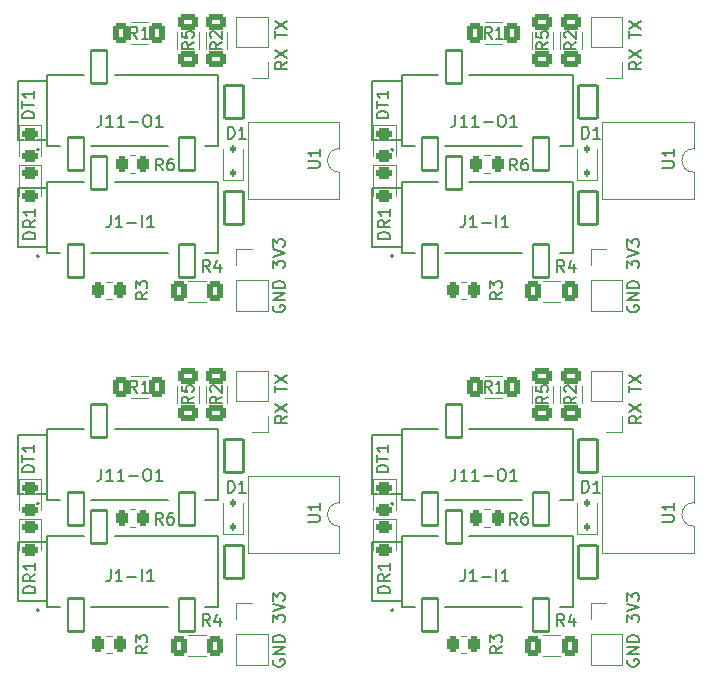
<source format=gto>
G04 #@! TF.GenerationSoftware,KiCad,Pcbnew,8.0.1*
G04 #@! TF.CreationDate,2024-03-24T21:19:35-05:00*
G04 #@! TF.ProjectId,minimidi_v1,6d696e69-6d69-4646-995f-76312e6b6963,rev?*
G04 #@! TF.SameCoordinates,Original*
G04 #@! TF.FileFunction,Legend,Top*
G04 #@! TF.FilePolarity,Positive*
%FSLAX46Y46*%
G04 Gerber Fmt 4.6, Leading zero omitted, Abs format (unit mm)*
G04 Created by KiCad (PCBNEW 8.0.1) date 2024-03-24 21:19:35*
%MOMM*%
%LPD*%
G01*
G04 APERTURE LIST*
G04 Aperture macros list*
%AMRoundRect*
0 Rectangle with rounded corners*
0 $1 Rounding radius*
0 $2 $3 $4 $5 $6 $7 $8 $9 X,Y pos of 4 corners*
0 Add a 4 corners polygon primitive as box body*
4,1,4,$2,$3,$4,$5,$6,$7,$8,$9,$2,$3,0*
0 Add four circle primitives for the rounded corners*
1,1,$1+$1,$2,$3*
1,1,$1+$1,$4,$5*
1,1,$1+$1,$6,$7*
1,1,$1+$1,$8,$9*
0 Add four rect primitives between the rounded corners*
20,1,$1+$1,$2,$3,$4,$5,0*
20,1,$1+$1,$4,$5,$6,$7,0*
20,1,$1+$1,$6,$7,$8,$9,0*
20,1,$1+$1,$8,$9,$2,$3,0*%
G04 Aperture macros list end*
%ADD10C,0.200000*%
%ADD11C,0.150000*%
%ADD12C,0.127000*%
%ADD13C,0.120000*%
%ADD14C,0.100000*%
%ADD15C,1.700000*%
%ADD16RoundRect,0.102000X-0.700000X-1.400000X0.700000X-1.400000X0.700000X1.400000X-0.700000X1.400000X0*%
%ADD17RoundRect,0.102000X-0.800000X-1.400000X0.800000X-1.400000X0.800000X1.400000X-0.800000X1.400000X0*%
%ADD18RoundRect,0.112500X0.112500X-0.187500X0.112500X0.187500X-0.112500X0.187500X-0.112500X-0.187500X0*%
%ADD19RoundRect,0.243750X-0.456250X0.243750X-0.456250X-0.243750X0.456250X-0.243750X0.456250X0.243750X0*%
%ADD20R,1.780000X2.000000*%
%ADD21C,2.200000*%
%ADD22RoundRect,0.250000X-0.400000X-0.625000X0.400000X-0.625000X0.400000X0.625000X-0.400000X0.625000X0*%
%ADD23R,1.700000X1.700000*%
%ADD24O,1.700000X1.700000*%
%ADD25RoundRect,0.250000X0.400000X0.625000X-0.400000X0.625000X-0.400000X-0.625000X0.400000X-0.625000X0*%
%ADD26RoundRect,0.250000X0.262500X0.450000X-0.262500X0.450000X-0.262500X-0.450000X0.262500X-0.450000X0*%
%ADD27RoundRect,0.250000X-0.625000X0.400000X-0.625000X-0.400000X0.625000X-0.400000X0.625000X0.400000X0*%
%ADD28RoundRect,0.250000X0.625000X-0.400000X0.625000X0.400000X-0.625000X0.400000X-0.625000X-0.400000X0*%
G04 APERTURE END LIST*
D10*
X173267219Y-115433898D02*
X172791028Y-115767231D01*
X173267219Y-116005326D02*
X172267219Y-116005326D01*
X172267219Y-116005326D02*
X172267219Y-115624374D01*
X172267219Y-115624374D02*
X172314838Y-115529136D01*
X172314838Y-115529136D02*
X172362457Y-115481517D01*
X172362457Y-115481517D02*
X172457695Y-115433898D01*
X172457695Y-115433898D02*
X172600552Y-115433898D01*
X172600552Y-115433898D02*
X172695790Y-115481517D01*
X172695790Y-115481517D02*
X172743409Y-115529136D01*
X172743409Y-115529136D02*
X172791028Y-115624374D01*
X172791028Y-115624374D02*
X172791028Y-116005326D01*
X172267219Y-115100564D02*
X173267219Y-114433898D01*
X172267219Y-114433898D02*
X173267219Y-115100564D01*
X172267219Y-113433897D02*
X172267219Y-112862469D01*
X173267219Y-113148183D02*
X172267219Y-113148183D01*
X172267219Y-112624373D02*
X173267219Y-111957707D01*
X172267219Y-111957707D02*
X173267219Y-112624373D01*
X143267219Y-115433898D02*
X142791028Y-115767231D01*
X143267219Y-116005326D02*
X142267219Y-116005326D01*
X142267219Y-116005326D02*
X142267219Y-115624374D01*
X142267219Y-115624374D02*
X142314838Y-115529136D01*
X142314838Y-115529136D02*
X142362457Y-115481517D01*
X142362457Y-115481517D02*
X142457695Y-115433898D01*
X142457695Y-115433898D02*
X142600552Y-115433898D01*
X142600552Y-115433898D02*
X142695790Y-115481517D01*
X142695790Y-115481517D02*
X142743409Y-115529136D01*
X142743409Y-115529136D02*
X142791028Y-115624374D01*
X142791028Y-115624374D02*
X142791028Y-116005326D01*
X142267219Y-115100564D02*
X143267219Y-114433898D01*
X142267219Y-114433898D02*
X143267219Y-115100564D01*
X142267219Y-113433897D02*
X142267219Y-112862469D01*
X143267219Y-113148183D02*
X142267219Y-113148183D01*
X142267219Y-112624373D02*
X143267219Y-111957707D01*
X142267219Y-111957707D02*
X143267219Y-112624373D01*
X172114838Y-136081517D02*
X172067219Y-136176755D01*
X172067219Y-136176755D02*
X172067219Y-136319612D01*
X172067219Y-136319612D02*
X172114838Y-136462469D01*
X172114838Y-136462469D02*
X172210076Y-136557707D01*
X172210076Y-136557707D02*
X172305314Y-136605326D01*
X172305314Y-136605326D02*
X172495790Y-136652945D01*
X172495790Y-136652945D02*
X172638647Y-136652945D01*
X172638647Y-136652945D02*
X172829123Y-136605326D01*
X172829123Y-136605326D02*
X172924361Y-136557707D01*
X172924361Y-136557707D02*
X173019600Y-136462469D01*
X173019600Y-136462469D02*
X173067219Y-136319612D01*
X173067219Y-136319612D02*
X173067219Y-136224374D01*
X173067219Y-136224374D02*
X173019600Y-136081517D01*
X173019600Y-136081517D02*
X172971980Y-136033898D01*
X172971980Y-136033898D02*
X172638647Y-136033898D01*
X172638647Y-136033898D02*
X172638647Y-136224374D01*
X173067219Y-135605326D02*
X172067219Y-135605326D01*
X172067219Y-135605326D02*
X173067219Y-135033898D01*
X173067219Y-135033898D02*
X172067219Y-135033898D01*
X173067219Y-134557707D02*
X172067219Y-134557707D01*
X172067219Y-134557707D02*
X172067219Y-134319612D01*
X172067219Y-134319612D02*
X172114838Y-134176755D01*
X172114838Y-134176755D02*
X172210076Y-134081517D01*
X172210076Y-134081517D02*
X172305314Y-134033898D01*
X172305314Y-134033898D02*
X172495790Y-133986279D01*
X172495790Y-133986279D02*
X172638647Y-133986279D01*
X172638647Y-133986279D02*
X172829123Y-134033898D01*
X172829123Y-134033898D02*
X172924361Y-134081517D01*
X172924361Y-134081517D02*
X173019600Y-134176755D01*
X173019600Y-134176755D02*
X173067219Y-134319612D01*
X173067219Y-134319612D02*
X173067219Y-134557707D01*
X172067219Y-132891040D02*
X172067219Y-132271993D01*
X172067219Y-132271993D02*
X172448171Y-132605326D01*
X172448171Y-132605326D02*
X172448171Y-132462469D01*
X172448171Y-132462469D02*
X172495790Y-132367231D01*
X172495790Y-132367231D02*
X172543409Y-132319612D01*
X172543409Y-132319612D02*
X172638647Y-132271993D01*
X172638647Y-132271993D02*
X172876742Y-132271993D01*
X172876742Y-132271993D02*
X172971980Y-132319612D01*
X172971980Y-132319612D02*
X173019600Y-132367231D01*
X173019600Y-132367231D02*
X173067219Y-132462469D01*
X173067219Y-132462469D02*
X173067219Y-132748183D01*
X173067219Y-132748183D02*
X173019600Y-132843421D01*
X173019600Y-132843421D02*
X172971980Y-132891040D01*
X172067219Y-131986278D02*
X173067219Y-131652945D01*
X173067219Y-131652945D02*
X172067219Y-131319612D01*
X172067219Y-131081516D02*
X172067219Y-130462469D01*
X172067219Y-130462469D02*
X172448171Y-130795802D01*
X172448171Y-130795802D02*
X172448171Y-130652945D01*
X172448171Y-130652945D02*
X172495790Y-130557707D01*
X172495790Y-130557707D02*
X172543409Y-130510088D01*
X172543409Y-130510088D02*
X172638647Y-130462469D01*
X172638647Y-130462469D02*
X172876742Y-130462469D01*
X172876742Y-130462469D02*
X172971980Y-130510088D01*
X172971980Y-130510088D02*
X173019600Y-130557707D01*
X173019600Y-130557707D02*
X173067219Y-130652945D01*
X173067219Y-130652945D02*
X173067219Y-130938659D01*
X173067219Y-130938659D02*
X173019600Y-131033897D01*
X173019600Y-131033897D02*
X172971980Y-131081516D01*
X142114838Y-136081517D02*
X142067219Y-136176755D01*
X142067219Y-136176755D02*
X142067219Y-136319612D01*
X142067219Y-136319612D02*
X142114838Y-136462469D01*
X142114838Y-136462469D02*
X142210076Y-136557707D01*
X142210076Y-136557707D02*
X142305314Y-136605326D01*
X142305314Y-136605326D02*
X142495790Y-136652945D01*
X142495790Y-136652945D02*
X142638647Y-136652945D01*
X142638647Y-136652945D02*
X142829123Y-136605326D01*
X142829123Y-136605326D02*
X142924361Y-136557707D01*
X142924361Y-136557707D02*
X143019600Y-136462469D01*
X143019600Y-136462469D02*
X143067219Y-136319612D01*
X143067219Y-136319612D02*
X143067219Y-136224374D01*
X143067219Y-136224374D02*
X143019600Y-136081517D01*
X143019600Y-136081517D02*
X142971980Y-136033898D01*
X142971980Y-136033898D02*
X142638647Y-136033898D01*
X142638647Y-136033898D02*
X142638647Y-136224374D01*
X143067219Y-135605326D02*
X142067219Y-135605326D01*
X142067219Y-135605326D02*
X143067219Y-135033898D01*
X143067219Y-135033898D02*
X142067219Y-135033898D01*
X143067219Y-134557707D02*
X142067219Y-134557707D01*
X142067219Y-134557707D02*
X142067219Y-134319612D01*
X142067219Y-134319612D02*
X142114838Y-134176755D01*
X142114838Y-134176755D02*
X142210076Y-134081517D01*
X142210076Y-134081517D02*
X142305314Y-134033898D01*
X142305314Y-134033898D02*
X142495790Y-133986279D01*
X142495790Y-133986279D02*
X142638647Y-133986279D01*
X142638647Y-133986279D02*
X142829123Y-134033898D01*
X142829123Y-134033898D02*
X142924361Y-134081517D01*
X142924361Y-134081517D02*
X143019600Y-134176755D01*
X143019600Y-134176755D02*
X143067219Y-134319612D01*
X143067219Y-134319612D02*
X143067219Y-134557707D01*
X142067219Y-132891040D02*
X142067219Y-132271993D01*
X142067219Y-132271993D02*
X142448171Y-132605326D01*
X142448171Y-132605326D02*
X142448171Y-132462469D01*
X142448171Y-132462469D02*
X142495790Y-132367231D01*
X142495790Y-132367231D02*
X142543409Y-132319612D01*
X142543409Y-132319612D02*
X142638647Y-132271993D01*
X142638647Y-132271993D02*
X142876742Y-132271993D01*
X142876742Y-132271993D02*
X142971980Y-132319612D01*
X142971980Y-132319612D02*
X143019600Y-132367231D01*
X143019600Y-132367231D02*
X143067219Y-132462469D01*
X143067219Y-132462469D02*
X143067219Y-132748183D01*
X143067219Y-132748183D02*
X143019600Y-132843421D01*
X143019600Y-132843421D02*
X142971980Y-132891040D01*
X142067219Y-131986278D02*
X143067219Y-131652945D01*
X143067219Y-131652945D02*
X142067219Y-131319612D01*
X142067219Y-131081516D02*
X142067219Y-130462469D01*
X142067219Y-130462469D02*
X142448171Y-130795802D01*
X142448171Y-130795802D02*
X142448171Y-130652945D01*
X142448171Y-130652945D02*
X142495790Y-130557707D01*
X142495790Y-130557707D02*
X142543409Y-130510088D01*
X142543409Y-130510088D02*
X142638647Y-130462469D01*
X142638647Y-130462469D02*
X142876742Y-130462469D01*
X142876742Y-130462469D02*
X142971980Y-130510088D01*
X142971980Y-130510088D02*
X143019600Y-130557707D01*
X143019600Y-130557707D02*
X143067219Y-130652945D01*
X143067219Y-130652945D02*
X143067219Y-130938659D01*
X143067219Y-130938659D02*
X143019600Y-131033897D01*
X143019600Y-131033897D02*
X142971980Y-131081516D01*
X173267219Y-85458898D02*
X172791028Y-85792231D01*
X173267219Y-86030326D02*
X172267219Y-86030326D01*
X172267219Y-86030326D02*
X172267219Y-85649374D01*
X172267219Y-85649374D02*
X172314838Y-85554136D01*
X172314838Y-85554136D02*
X172362457Y-85506517D01*
X172362457Y-85506517D02*
X172457695Y-85458898D01*
X172457695Y-85458898D02*
X172600552Y-85458898D01*
X172600552Y-85458898D02*
X172695790Y-85506517D01*
X172695790Y-85506517D02*
X172743409Y-85554136D01*
X172743409Y-85554136D02*
X172791028Y-85649374D01*
X172791028Y-85649374D02*
X172791028Y-86030326D01*
X172267219Y-85125564D02*
X173267219Y-84458898D01*
X172267219Y-84458898D02*
X173267219Y-85125564D01*
X172267219Y-83458897D02*
X172267219Y-82887469D01*
X173267219Y-83173183D02*
X172267219Y-83173183D01*
X172267219Y-82649373D02*
X173267219Y-81982707D01*
X172267219Y-81982707D02*
X173267219Y-82649373D01*
X172114838Y-106106517D02*
X172067219Y-106201755D01*
X172067219Y-106201755D02*
X172067219Y-106344612D01*
X172067219Y-106344612D02*
X172114838Y-106487469D01*
X172114838Y-106487469D02*
X172210076Y-106582707D01*
X172210076Y-106582707D02*
X172305314Y-106630326D01*
X172305314Y-106630326D02*
X172495790Y-106677945D01*
X172495790Y-106677945D02*
X172638647Y-106677945D01*
X172638647Y-106677945D02*
X172829123Y-106630326D01*
X172829123Y-106630326D02*
X172924361Y-106582707D01*
X172924361Y-106582707D02*
X173019600Y-106487469D01*
X173019600Y-106487469D02*
X173067219Y-106344612D01*
X173067219Y-106344612D02*
X173067219Y-106249374D01*
X173067219Y-106249374D02*
X173019600Y-106106517D01*
X173019600Y-106106517D02*
X172971980Y-106058898D01*
X172971980Y-106058898D02*
X172638647Y-106058898D01*
X172638647Y-106058898D02*
X172638647Y-106249374D01*
X173067219Y-105630326D02*
X172067219Y-105630326D01*
X172067219Y-105630326D02*
X173067219Y-105058898D01*
X173067219Y-105058898D02*
X172067219Y-105058898D01*
X173067219Y-104582707D02*
X172067219Y-104582707D01*
X172067219Y-104582707D02*
X172067219Y-104344612D01*
X172067219Y-104344612D02*
X172114838Y-104201755D01*
X172114838Y-104201755D02*
X172210076Y-104106517D01*
X172210076Y-104106517D02*
X172305314Y-104058898D01*
X172305314Y-104058898D02*
X172495790Y-104011279D01*
X172495790Y-104011279D02*
X172638647Y-104011279D01*
X172638647Y-104011279D02*
X172829123Y-104058898D01*
X172829123Y-104058898D02*
X172924361Y-104106517D01*
X172924361Y-104106517D02*
X173019600Y-104201755D01*
X173019600Y-104201755D02*
X173067219Y-104344612D01*
X173067219Y-104344612D02*
X173067219Y-104582707D01*
X172067219Y-102916040D02*
X172067219Y-102296993D01*
X172067219Y-102296993D02*
X172448171Y-102630326D01*
X172448171Y-102630326D02*
X172448171Y-102487469D01*
X172448171Y-102487469D02*
X172495790Y-102392231D01*
X172495790Y-102392231D02*
X172543409Y-102344612D01*
X172543409Y-102344612D02*
X172638647Y-102296993D01*
X172638647Y-102296993D02*
X172876742Y-102296993D01*
X172876742Y-102296993D02*
X172971980Y-102344612D01*
X172971980Y-102344612D02*
X173019600Y-102392231D01*
X173019600Y-102392231D02*
X173067219Y-102487469D01*
X173067219Y-102487469D02*
X173067219Y-102773183D01*
X173067219Y-102773183D02*
X173019600Y-102868421D01*
X173019600Y-102868421D02*
X172971980Y-102916040D01*
X172067219Y-102011278D02*
X173067219Y-101677945D01*
X173067219Y-101677945D02*
X172067219Y-101344612D01*
X172067219Y-101106516D02*
X172067219Y-100487469D01*
X172067219Y-100487469D02*
X172448171Y-100820802D01*
X172448171Y-100820802D02*
X172448171Y-100677945D01*
X172448171Y-100677945D02*
X172495790Y-100582707D01*
X172495790Y-100582707D02*
X172543409Y-100535088D01*
X172543409Y-100535088D02*
X172638647Y-100487469D01*
X172638647Y-100487469D02*
X172876742Y-100487469D01*
X172876742Y-100487469D02*
X172971980Y-100535088D01*
X172971980Y-100535088D02*
X173019600Y-100582707D01*
X173019600Y-100582707D02*
X173067219Y-100677945D01*
X173067219Y-100677945D02*
X173067219Y-100963659D01*
X173067219Y-100963659D02*
X173019600Y-101058897D01*
X173019600Y-101058897D02*
X172971980Y-101106516D01*
X142114838Y-106106517D02*
X142067219Y-106201755D01*
X142067219Y-106201755D02*
X142067219Y-106344612D01*
X142067219Y-106344612D02*
X142114838Y-106487469D01*
X142114838Y-106487469D02*
X142210076Y-106582707D01*
X142210076Y-106582707D02*
X142305314Y-106630326D01*
X142305314Y-106630326D02*
X142495790Y-106677945D01*
X142495790Y-106677945D02*
X142638647Y-106677945D01*
X142638647Y-106677945D02*
X142829123Y-106630326D01*
X142829123Y-106630326D02*
X142924361Y-106582707D01*
X142924361Y-106582707D02*
X143019600Y-106487469D01*
X143019600Y-106487469D02*
X143067219Y-106344612D01*
X143067219Y-106344612D02*
X143067219Y-106249374D01*
X143067219Y-106249374D02*
X143019600Y-106106517D01*
X143019600Y-106106517D02*
X142971980Y-106058898D01*
X142971980Y-106058898D02*
X142638647Y-106058898D01*
X142638647Y-106058898D02*
X142638647Y-106249374D01*
X143067219Y-105630326D02*
X142067219Y-105630326D01*
X142067219Y-105630326D02*
X143067219Y-105058898D01*
X143067219Y-105058898D02*
X142067219Y-105058898D01*
X143067219Y-104582707D02*
X142067219Y-104582707D01*
X142067219Y-104582707D02*
X142067219Y-104344612D01*
X142067219Y-104344612D02*
X142114838Y-104201755D01*
X142114838Y-104201755D02*
X142210076Y-104106517D01*
X142210076Y-104106517D02*
X142305314Y-104058898D01*
X142305314Y-104058898D02*
X142495790Y-104011279D01*
X142495790Y-104011279D02*
X142638647Y-104011279D01*
X142638647Y-104011279D02*
X142829123Y-104058898D01*
X142829123Y-104058898D02*
X142924361Y-104106517D01*
X142924361Y-104106517D02*
X143019600Y-104201755D01*
X143019600Y-104201755D02*
X143067219Y-104344612D01*
X143067219Y-104344612D02*
X143067219Y-104582707D01*
X142067219Y-102916040D02*
X142067219Y-102296993D01*
X142067219Y-102296993D02*
X142448171Y-102630326D01*
X142448171Y-102630326D02*
X142448171Y-102487469D01*
X142448171Y-102487469D02*
X142495790Y-102392231D01*
X142495790Y-102392231D02*
X142543409Y-102344612D01*
X142543409Y-102344612D02*
X142638647Y-102296993D01*
X142638647Y-102296993D02*
X142876742Y-102296993D01*
X142876742Y-102296993D02*
X142971980Y-102344612D01*
X142971980Y-102344612D02*
X143019600Y-102392231D01*
X143019600Y-102392231D02*
X143067219Y-102487469D01*
X143067219Y-102487469D02*
X143067219Y-102773183D01*
X143067219Y-102773183D02*
X143019600Y-102868421D01*
X143019600Y-102868421D02*
X142971980Y-102916040D01*
X142067219Y-102011278D02*
X143067219Y-101677945D01*
X143067219Y-101677945D02*
X142067219Y-101344612D01*
X142067219Y-101106516D02*
X142067219Y-100487469D01*
X142067219Y-100487469D02*
X142448171Y-100820802D01*
X142448171Y-100820802D02*
X142448171Y-100677945D01*
X142448171Y-100677945D02*
X142495790Y-100582707D01*
X142495790Y-100582707D02*
X142543409Y-100535088D01*
X142543409Y-100535088D02*
X142638647Y-100487469D01*
X142638647Y-100487469D02*
X142876742Y-100487469D01*
X142876742Y-100487469D02*
X142971980Y-100535088D01*
X142971980Y-100535088D02*
X143019600Y-100582707D01*
X143019600Y-100582707D02*
X143067219Y-100677945D01*
X143067219Y-100677945D02*
X143067219Y-100963659D01*
X143067219Y-100963659D02*
X143019600Y-101058897D01*
X143019600Y-101058897D02*
X142971980Y-101106516D01*
X143267219Y-85458898D02*
X142791028Y-85792231D01*
X143267219Y-86030326D02*
X142267219Y-86030326D01*
X142267219Y-86030326D02*
X142267219Y-85649374D01*
X142267219Y-85649374D02*
X142314838Y-85554136D01*
X142314838Y-85554136D02*
X142362457Y-85506517D01*
X142362457Y-85506517D02*
X142457695Y-85458898D01*
X142457695Y-85458898D02*
X142600552Y-85458898D01*
X142600552Y-85458898D02*
X142695790Y-85506517D01*
X142695790Y-85506517D02*
X142743409Y-85554136D01*
X142743409Y-85554136D02*
X142791028Y-85649374D01*
X142791028Y-85649374D02*
X142791028Y-86030326D01*
X142267219Y-85125564D02*
X143267219Y-84458898D01*
X142267219Y-84458898D02*
X143267219Y-85125564D01*
X142267219Y-83458897D02*
X142267219Y-82887469D01*
X143267219Y-83173183D02*
X142267219Y-83173183D01*
X142267219Y-82649373D02*
X143267219Y-81982707D01*
X142267219Y-81982707D02*
X143267219Y-82649373D01*
D11*
X158330512Y-128428909D02*
X158330512Y-129144404D01*
X158330512Y-129144404D02*
X158282812Y-129287503D01*
X158282812Y-129287503D02*
X158187413Y-129382903D01*
X158187413Y-129382903D02*
X158044314Y-129430602D01*
X158044314Y-129430602D02*
X157948915Y-129430602D01*
X159332205Y-129430602D02*
X158759809Y-129430602D01*
X159046007Y-129430602D02*
X159046007Y-128428909D01*
X159046007Y-128428909D02*
X158950608Y-128572008D01*
X158950608Y-128572008D02*
X158855209Y-128667408D01*
X158855209Y-128667408D02*
X158759809Y-128715107D01*
X159761502Y-129049005D02*
X160524697Y-129049005D01*
X161001693Y-129430602D02*
X161001693Y-128428909D01*
X162003386Y-129430602D02*
X161430990Y-129430602D01*
X161717188Y-129430602D02*
X161717188Y-128428909D01*
X161717188Y-128428909D02*
X161621789Y-128572008D01*
X161621789Y-128572008D02*
X161526390Y-128667408D01*
X161526390Y-128667408D02*
X161430990Y-128715107D01*
X168261905Y-121929819D02*
X168261905Y-120929819D01*
X168261905Y-120929819D02*
X168500000Y-120929819D01*
X168500000Y-120929819D02*
X168642857Y-120977438D01*
X168642857Y-120977438D02*
X168738095Y-121072676D01*
X168738095Y-121072676D02*
X168785714Y-121167914D01*
X168785714Y-121167914D02*
X168833333Y-121358390D01*
X168833333Y-121358390D02*
X168833333Y-121501247D01*
X168833333Y-121501247D02*
X168785714Y-121691723D01*
X168785714Y-121691723D02*
X168738095Y-121786961D01*
X168738095Y-121786961D02*
X168642857Y-121882200D01*
X168642857Y-121882200D02*
X168500000Y-121929819D01*
X168500000Y-121929819D02*
X168261905Y-121929819D01*
X169785714Y-121929819D02*
X169214286Y-121929819D01*
X169500000Y-121929819D02*
X169500000Y-120929819D01*
X169500000Y-120929819D02*
X169404762Y-121072676D01*
X169404762Y-121072676D02*
X169309524Y-121167914D01*
X169309524Y-121167914D02*
X169214286Y-121215533D01*
X121954819Y-130413094D02*
X120954819Y-130413094D01*
X120954819Y-130413094D02*
X120954819Y-130174999D01*
X120954819Y-130174999D02*
X121002438Y-130032142D01*
X121002438Y-130032142D02*
X121097676Y-129936904D01*
X121097676Y-129936904D02*
X121192914Y-129889285D01*
X121192914Y-129889285D02*
X121383390Y-129841666D01*
X121383390Y-129841666D02*
X121526247Y-129841666D01*
X121526247Y-129841666D02*
X121716723Y-129889285D01*
X121716723Y-129889285D02*
X121811961Y-129936904D01*
X121811961Y-129936904D02*
X121907200Y-130032142D01*
X121907200Y-130032142D02*
X121954819Y-130174999D01*
X121954819Y-130174999D02*
X121954819Y-130413094D01*
X121954819Y-128841666D02*
X121478628Y-129174999D01*
X121954819Y-129413094D02*
X120954819Y-129413094D01*
X120954819Y-129413094D02*
X120954819Y-129032142D01*
X120954819Y-129032142D02*
X121002438Y-128936904D01*
X121002438Y-128936904D02*
X121050057Y-128889285D01*
X121050057Y-128889285D02*
X121145295Y-128841666D01*
X121145295Y-128841666D02*
X121288152Y-128841666D01*
X121288152Y-128841666D02*
X121383390Y-128889285D01*
X121383390Y-128889285D02*
X121431009Y-128936904D01*
X121431009Y-128936904D02*
X121478628Y-129032142D01*
X121478628Y-129032142D02*
X121478628Y-129413094D01*
X121954819Y-127889285D02*
X121954819Y-128460713D01*
X121954819Y-128174999D02*
X120954819Y-128174999D01*
X120954819Y-128174999D02*
X121097676Y-128270237D01*
X121097676Y-128270237D02*
X121192914Y-128365475D01*
X121192914Y-128365475D02*
X121240533Y-128460713D01*
X175034819Y-124401904D02*
X175844342Y-124401904D01*
X175844342Y-124401904D02*
X175939580Y-124354285D01*
X175939580Y-124354285D02*
X175987200Y-124306666D01*
X175987200Y-124306666D02*
X176034819Y-124211428D01*
X176034819Y-124211428D02*
X176034819Y-124020952D01*
X176034819Y-124020952D02*
X175987200Y-123925714D01*
X175987200Y-123925714D02*
X175939580Y-123878095D01*
X175939580Y-123878095D02*
X175844342Y-123830476D01*
X175844342Y-123830476D02*
X175034819Y-123830476D01*
X176034819Y-122830476D02*
X176034819Y-123401904D01*
X176034819Y-123116190D02*
X175034819Y-123116190D01*
X175034819Y-123116190D02*
X175177676Y-123211428D01*
X175177676Y-123211428D02*
X175272914Y-123306666D01*
X175272914Y-123306666D02*
X175320533Y-123401904D01*
X166733333Y-133229819D02*
X166400000Y-132753628D01*
X166161905Y-133229819D02*
X166161905Y-132229819D01*
X166161905Y-132229819D02*
X166542857Y-132229819D01*
X166542857Y-132229819D02*
X166638095Y-132277438D01*
X166638095Y-132277438D02*
X166685714Y-132325057D01*
X166685714Y-132325057D02*
X166733333Y-132420295D01*
X166733333Y-132420295D02*
X166733333Y-132563152D01*
X166733333Y-132563152D02*
X166685714Y-132658390D01*
X166685714Y-132658390D02*
X166638095Y-132706009D01*
X166638095Y-132706009D02*
X166542857Y-132753628D01*
X166542857Y-132753628D02*
X166161905Y-132753628D01*
X167590476Y-132563152D02*
X167590476Y-133229819D01*
X167352381Y-132182200D02*
X167114286Y-132896485D01*
X167114286Y-132896485D02*
X167733333Y-132896485D01*
X121854819Y-120194047D02*
X120854819Y-120194047D01*
X120854819Y-120194047D02*
X120854819Y-119955952D01*
X120854819Y-119955952D02*
X120902438Y-119813095D01*
X120902438Y-119813095D02*
X120997676Y-119717857D01*
X120997676Y-119717857D02*
X121092914Y-119670238D01*
X121092914Y-119670238D02*
X121283390Y-119622619D01*
X121283390Y-119622619D02*
X121426247Y-119622619D01*
X121426247Y-119622619D02*
X121616723Y-119670238D01*
X121616723Y-119670238D02*
X121711961Y-119717857D01*
X121711961Y-119717857D02*
X121807200Y-119813095D01*
X121807200Y-119813095D02*
X121854819Y-119955952D01*
X121854819Y-119955952D02*
X121854819Y-120194047D01*
X120854819Y-119336904D02*
X120854819Y-118765476D01*
X121854819Y-119051190D02*
X120854819Y-119051190D01*
X121854819Y-117908333D02*
X121854819Y-118479761D01*
X121854819Y-118194047D02*
X120854819Y-118194047D01*
X120854819Y-118194047D02*
X120997676Y-118289285D01*
X120997676Y-118289285D02*
X121092914Y-118384523D01*
X121092914Y-118384523D02*
X121140533Y-118479761D01*
X128330512Y-128428909D02*
X128330512Y-129144404D01*
X128330512Y-129144404D02*
X128282812Y-129287503D01*
X128282812Y-129287503D02*
X128187413Y-129382903D01*
X128187413Y-129382903D02*
X128044314Y-129430602D01*
X128044314Y-129430602D02*
X127948915Y-129430602D01*
X129332205Y-129430602D02*
X128759809Y-129430602D01*
X129046007Y-129430602D02*
X129046007Y-128428909D01*
X129046007Y-128428909D02*
X128950608Y-128572008D01*
X128950608Y-128572008D02*
X128855209Y-128667408D01*
X128855209Y-128667408D02*
X128759809Y-128715107D01*
X129761502Y-129049005D02*
X130524697Y-129049005D01*
X131001693Y-129430602D02*
X131001693Y-128428909D01*
X132003386Y-129430602D02*
X131430990Y-129430602D01*
X131717188Y-129430602D02*
X131717188Y-128428909D01*
X131717188Y-128428909D02*
X131621789Y-128572008D01*
X131621789Y-128572008D02*
X131526390Y-128667408D01*
X131526390Y-128667408D02*
X131430990Y-128715107D01*
X160587300Y-113456256D02*
X160253967Y-112980065D01*
X160015872Y-113456256D02*
X160015872Y-112456256D01*
X160015872Y-112456256D02*
X160396824Y-112456256D01*
X160396824Y-112456256D02*
X160492062Y-112503875D01*
X160492062Y-112503875D02*
X160539681Y-112551494D01*
X160539681Y-112551494D02*
X160587300Y-112646732D01*
X160587300Y-112646732D02*
X160587300Y-112789589D01*
X160587300Y-112789589D02*
X160539681Y-112884827D01*
X160539681Y-112884827D02*
X160492062Y-112932446D01*
X160492062Y-112932446D02*
X160396824Y-112980065D01*
X160396824Y-112980065D02*
X160015872Y-112980065D01*
X161539681Y-113456256D02*
X160968253Y-113456256D01*
X161253967Y-113456256D02*
X161253967Y-112456256D01*
X161253967Y-112456256D02*
X161158729Y-112599113D01*
X161158729Y-112599113D02*
X161063491Y-112694351D01*
X161063491Y-112694351D02*
X160968253Y-112741970D01*
X132733333Y-124629819D02*
X132400000Y-124153628D01*
X132161905Y-124629819D02*
X132161905Y-123629819D01*
X132161905Y-123629819D02*
X132542857Y-123629819D01*
X132542857Y-123629819D02*
X132638095Y-123677438D01*
X132638095Y-123677438D02*
X132685714Y-123725057D01*
X132685714Y-123725057D02*
X132733333Y-123820295D01*
X132733333Y-123820295D02*
X132733333Y-123963152D01*
X132733333Y-123963152D02*
X132685714Y-124058390D01*
X132685714Y-124058390D02*
X132638095Y-124106009D01*
X132638095Y-124106009D02*
X132542857Y-124153628D01*
X132542857Y-124153628D02*
X132161905Y-124153628D01*
X133590476Y-123629819D02*
X133400000Y-123629819D01*
X133400000Y-123629819D02*
X133304762Y-123677438D01*
X133304762Y-123677438D02*
X133257143Y-123725057D01*
X133257143Y-123725057D02*
X133161905Y-123867914D01*
X133161905Y-123867914D02*
X133114286Y-124058390D01*
X133114286Y-124058390D02*
X133114286Y-124439342D01*
X133114286Y-124439342D02*
X133161905Y-124534580D01*
X133161905Y-124534580D02*
X133209524Y-124582200D01*
X133209524Y-124582200D02*
X133304762Y-124629819D01*
X133304762Y-124629819D02*
X133495238Y-124629819D01*
X133495238Y-124629819D02*
X133590476Y-124582200D01*
X133590476Y-124582200D02*
X133638095Y-124534580D01*
X133638095Y-124534580D02*
X133685714Y-124439342D01*
X133685714Y-124439342D02*
X133685714Y-124201247D01*
X133685714Y-124201247D02*
X133638095Y-124106009D01*
X133638095Y-124106009D02*
X133590476Y-124058390D01*
X133590476Y-124058390D02*
X133495238Y-124010771D01*
X133495238Y-124010771D02*
X133304762Y-124010771D01*
X133304762Y-124010771D02*
X133209524Y-124058390D01*
X133209524Y-124058390D02*
X133161905Y-124106009D01*
X133161905Y-124106009D02*
X133114286Y-124201247D01*
X137754819Y-113791666D02*
X137278628Y-114124999D01*
X137754819Y-114363094D02*
X136754819Y-114363094D01*
X136754819Y-114363094D02*
X136754819Y-113982142D01*
X136754819Y-113982142D02*
X136802438Y-113886904D01*
X136802438Y-113886904D02*
X136850057Y-113839285D01*
X136850057Y-113839285D02*
X136945295Y-113791666D01*
X136945295Y-113791666D02*
X137088152Y-113791666D01*
X137088152Y-113791666D02*
X137183390Y-113839285D01*
X137183390Y-113839285D02*
X137231009Y-113886904D01*
X137231009Y-113886904D02*
X137278628Y-113982142D01*
X137278628Y-113982142D02*
X137278628Y-114363094D01*
X136850057Y-113410713D02*
X136802438Y-113363094D01*
X136802438Y-113363094D02*
X136754819Y-113267856D01*
X136754819Y-113267856D02*
X136754819Y-113029761D01*
X136754819Y-113029761D02*
X136802438Y-112934523D01*
X136802438Y-112934523D02*
X136850057Y-112886904D01*
X136850057Y-112886904D02*
X136945295Y-112839285D01*
X136945295Y-112839285D02*
X137040533Y-112839285D01*
X137040533Y-112839285D02*
X137183390Y-112886904D01*
X137183390Y-112886904D02*
X137754819Y-113458332D01*
X137754819Y-113458332D02*
X137754819Y-112839285D01*
X167754819Y-113791666D02*
X167278628Y-114124999D01*
X167754819Y-114363094D02*
X166754819Y-114363094D01*
X166754819Y-114363094D02*
X166754819Y-113982142D01*
X166754819Y-113982142D02*
X166802438Y-113886904D01*
X166802438Y-113886904D02*
X166850057Y-113839285D01*
X166850057Y-113839285D02*
X166945295Y-113791666D01*
X166945295Y-113791666D02*
X167088152Y-113791666D01*
X167088152Y-113791666D02*
X167183390Y-113839285D01*
X167183390Y-113839285D02*
X167231009Y-113886904D01*
X167231009Y-113886904D02*
X167278628Y-113982142D01*
X167278628Y-113982142D02*
X167278628Y-114363094D01*
X166850057Y-113410713D02*
X166802438Y-113363094D01*
X166802438Y-113363094D02*
X166754819Y-113267856D01*
X166754819Y-113267856D02*
X166754819Y-113029761D01*
X166754819Y-113029761D02*
X166802438Y-112934523D01*
X166802438Y-112934523D02*
X166850057Y-112886904D01*
X166850057Y-112886904D02*
X166945295Y-112839285D01*
X166945295Y-112839285D02*
X167040533Y-112839285D01*
X167040533Y-112839285D02*
X167183390Y-112886904D01*
X167183390Y-112886904D02*
X167754819Y-113458332D01*
X167754819Y-113458332D02*
X167754819Y-112839285D01*
X162733333Y-124629819D02*
X162400000Y-124153628D01*
X162161905Y-124629819D02*
X162161905Y-123629819D01*
X162161905Y-123629819D02*
X162542857Y-123629819D01*
X162542857Y-123629819D02*
X162638095Y-123677438D01*
X162638095Y-123677438D02*
X162685714Y-123725057D01*
X162685714Y-123725057D02*
X162733333Y-123820295D01*
X162733333Y-123820295D02*
X162733333Y-123963152D01*
X162733333Y-123963152D02*
X162685714Y-124058390D01*
X162685714Y-124058390D02*
X162638095Y-124106009D01*
X162638095Y-124106009D02*
X162542857Y-124153628D01*
X162542857Y-124153628D02*
X162161905Y-124153628D01*
X163590476Y-123629819D02*
X163400000Y-123629819D01*
X163400000Y-123629819D02*
X163304762Y-123677438D01*
X163304762Y-123677438D02*
X163257143Y-123725057D01*
X163257143Y-123725057D02*
X163161905Y-123867914D01*
X163161905Y-123867914D02*
X163114286Y-124058390D01*
X163114286Y-124058390D02*
X163114286Y-124439342D01*
X163114286Y-124439342D02*
X163161905Y-124534580D01*
X163161905Y-124534580D02*
X163209524Y-124582200D01*
X163209524Y-124582200D02*
X163304762Y-124629819D01*
X163304762Y-124629819D02*
X163495238Y-124629819D01*
X163495238Y-124629819D02*
X163590476Y-124582200D01*
X163590476Y-124582200D02*
X163638095Y-124534580D01*
X163638095Y-124534580D02*
X163685714Y-124439342D01*
X163685714Y-124439342D02*
X163685714Y-124201247D01*
X163685714Y-124201247D02*
X163638095Y-124106009D01*
X163638095Y-124106009D02*
X163590476Y-124058390D01*
X163590476Y-124058390D02*
X163495238Y-124010771D01*
X163495238Y-124010771D02*
X163304762Y-124010771D01*
X163304762Y-124010771D02*
X163209524Y-124058390D01*
X163209524Y-124058390D02*
X163161905Y-124106009D01*
X163161905Y-124106009D02*
X163114286Y-124201247D01*
X130587300Y-113456256D02*
X130253967Y-112980065D01*
X130015872Y-113456256D02*
X130015872Y-112456256D01*
X130015872Y-112456256D02*
X130396824Y-112456256D01*
X130396824Y-112456256D02*
X130492062Y-112503875D01*
X130492062Y-112503875D02*
X130539681Y-112551494D01*
X130539681Y-112551494D02*
X130587300Y-112646732D01*
X130587300Y-112646732D02*
X130587300Y-112789589D01*
X130587300Y-112789589D02*
X130539681Y-112884827D01*
X130539681Y-112884827D02*
X130492062Y-112932446D01*
X130492062Y-112932446D02*
X130396824Y-112980065D01*
X130396824Y-112980065D02*
X130015872Y-112980065D01*
X131539681Y-113456256D02*
X130968253Y-113456256D01*
X131253967Y-113456256D02*
X131253967Y-112456256D01*
X131253967Y-112456256D02*
X131158729Y-112599113D01*
X131158729Y-112599113D02*
X131063491Y-112694351D01*
X131063491Y-112694351D02*
X130968253Y-112741970D01*
X151954819Y-130413094D02*
X150954819Y-130413094D01*
X150954819Y-130413094D02*
X150954819Y-130174999D01*
X150954819Y-130174999D02*
X151002438Y-130032142D01*
X151002438Y-130032142D02*
X151097676Y-129936904D01*
X151097676Y-129936904D02*
X151192914Y-129889285D01*
X151192914Y-129889285D02*
X151383390Y-129841666D01*
X151383390Y-129841666D02*
X151526247Y-129841666D01*
X151526247Y-129841666D02*
X151716723Y-129889285D01*
X151716723Y-129889285D02*
X151811961Y-129936904D01*
X151811961Y-129936904D02*
X151907200Y-130032142D01*
X151907200Y-130032142D02*
X151954819Y-130174999D01*
X151954819Y-130174999D02*
X151954819Y-130413094D01*
X151954819Y-128841666D02*
X151478628Y-129174999D01*
X151954819Y-129413094D02*
X150954819Y-129413094D01*
X150954819Y-129413094D02*
X150954819Y-129032142D01*
X150954819Y-129032142D02*
X151002438Y-128936904D01*
X151002438Y-128936904D02*
X151050057Y-128889285D01*
X151050057Y-128889285D02*
X151145295Y-128841666D01*
X151145295Y-128841666D02*
X151288152Y-128841666D01*
X151288152Y-128841666D02*
X151383390Y-128889285D01*
X151383390Y-128889285D02*
X151431009Y-128936904D01*
X151431009Y-128936904D02*
X151478628Y-129032142D01*
X151478628Y-129032142D02*
X151478628Y-129413094D01*
X151954819Y-127889285D02*
X151954819Y-128460713D01*
X151954819Y-128174999D02*
X150954819Y-128174999D01*
X150954819Y-128174999D02*
X151097676Y-128270237D01*
X151097676Y-128270237D02*
X151192914Y-128365475D01*
X151192914Y-128365475D02*
X151240533Y-128460713D01*
X161454819Y-134941666D02*
X160978628Y-135274999D01*
X161454819Y-135513094D02*
X160454819Y-135513094D01*
X160454819Y-135513094D02*
X160454819Y-135132142D01*
X160454819Y-135132142D02*
X160502438Y-135036904D01*
X160502438Y-135036904D02*
X160550057Y-134989285D01*
X160550057Y-134989285D02*
X160645295Y-134941666D01*
X160645295Y-134941666D02*
X160788152Y-134941666D01*
X160788152Y-134941666D02*
X160883390Y-134989285D01*
X160883390Y-134989285D02*
X160931009Y-135036904D01*
X160931009Y-135036904D02*
X160978628Y-135132142D01*
X160978628Y-135132142D02*
X160978628Y-135513094D01*
X160454819Y-134608332D02*
X160454819Y-133989285D01*
X160454819Y-133989285D02*
X160835771Y-134322618D01*
X160835771Y-134322618D02*
X160835771Y-134179761D01*
X160835771Y-134179761D02*
X160883390Y-134084523D01*
X160883390Y-134084523D02*
X160931009Y-134036904D01*
X160931009Y-134036904D02*
X161026247Y-133989285D01*
X161026247Y-133989285D02*
X161264342Y-133989285D01*
X161264342Y-133989285D02*
X161359580Y-134036904D01*
X161359580Y-134036904D02*
X161407200Y-134084523D01*
X161407200Y-134084523D02*
X161454819Y-134179761D01*
X161454819Y-134179761D02*
X161454819Y-134465475D01*
X161454819Y-134465475D02*
X161407200Y-134560713D01*
X161407200Y-134560713D02*
X161359580Y-134608332D01*
X145034819Y-124401904D02*
X145844342Y-124401904D01*
X145844342Y-124401904D02*
X145939580Y-124354285D01*
X145939580Y-124354285D02*
X145987200Y-124306666D01*
X145987200Y-124306666D02*
X146034819Y-124211428D01*
X146034819Y-124211428D02*
X146034819Y-124020952D01*
X146034819Y-124020952D02*
X145987200Y-123925714D01*
X145987200Y-123925714D02*
X145939580Y-123878095D01*
X145939580Y-123878095D02*
X145844342Y-123830476D01*
X145844342Y-123830476D02*
X145034819Y-123830476D01*
X146034819Y-122830476D02*
X146034819Y-123401904D01*
X146034819Y-123116190D02*
X145034819Y-123116190D01*
X145034819Y-123116190D02*
X145177676Y-123211428D01*
X145177676Y-123211428D02*
X145272914Y-123306666D01*
X145272914Y-123306666D02*
X145320533Y-123401904D01*
X131454819Y-134941666D02*
X130978628Y-135274999D01*
X131454819Y-135513094D02*
X130454819Y-135513094D01*
X130454819Y-135513094D02*
X130454819Y-135132142D01*
X130454819Y-135132142D02*
X130502438Y-135036904D01*
X130502438Y-135036904D02*
X130550057Y-134989285D01*
X130550057Y-134989285D02*
X130645295Y-134941666D01*
X130645295Y-134941666D02*
X130788152Y-134941666D01*
X130788152Y-134941666D02*
X130883390Y-134989285D01*
X130883390Y-134989285D02*
X130931009Y-135036904D01*
X130931009Y-135036904D02*
X130978628Y-135132142D01*
X130978628Y-135132142D02*
X130978628Y-135513094D01*
X130454819Y-134608332D02*
X130454819Y-133989285D01*
X130454819Y-133989285D02*
X130835771Y-134322618D01*
X130835771Y-134322618D02*
X130835771Y-134179761D01*
X130835771Y-134179761D02*
X130883390Y-134084523D01*
X130883390Y-134084523D02*
X130931009Y-134036904D01*
X130931009Y-134036904D02*
X131026247Y-133989285D01*
X131026247Y-133989285D02*
X131264342Y-133989285D01*
X131264342Y-133989285D02*
X131359580Y-134036904D01*
X131359580Y-134036904D02*
X131407200Y-134084523D01*
X131407200Y-134084523D02*
X131454819Y-134179761D01*
X131454819Y-134179761D02*
X131454819Y-134465475D01*
X131454819Y-134465475D02*
X131407200Y-134560713D01*
X131407200Y-134560713D02*
X131359580Y-134608332D01*
X127535415Y-119928909D02*
X127535415Y-120644404D01*
X127535415Y-120644404D02*
X127487715Y-120787503D01*
X127487715Y-120787503D02*
X127392316Y-120882903D01*
X127392316Y-120882903D02*
X127249217Y-120930602D01*
X127249217Y-120930602D02*
X127153818Y-120930602D01*
X128537108Y-120930602D02*
X127964712Y-120930602D01*
X128250910Y-120930602D02*
X128250910Y-119928909D01*
X128250910Y-119928909D02*
X128155511Y-120072008D01*
X128155511Y-120072008D02*
X128060112Y-120167408D01*
X128060112Y-120167408D02*
X127964712Y-120215107D01*
X129491101Y-120930602D02*
X128918705Y-120930602D01*
X129204903Y-120930602D02*
X129204903Y-119928909D01*
X129204903Y-119928909D02*
X129109504Y-120072008D01*
X129109504Y-120072008D02*
X129014105Y-120167408D01*
X129014105Y-120167408D02*
X128918705Y-120215107D01*
X129920398Y-120549005D02*
X130683593Y-120549005D01*
X131351388Y-119928909D02*
X131542186Y-119928909D01*
X131542186Y-119928909D02*
X131637586Y-119976609D01*
X131637586Y-119976609D02*
X131732985Y-120072008D01*
X131732985Y-120072008D02*
X131780685Y-120262807D01*
X131780685Y-120262807D02*
X131780685Y-120596705D01*
X131780685Y-120596705D02*
X131732985Y-120787503D01*
X131732985Y-120787503D02*
X131637586Y-120882903D01*
X131637586Y-120882903D02*
X131542186Y-120930602D01*
X131542186Y-120930602D02*
X131351388Y-120930602D01*
X131351388Y-120930602D02*
X131255988Y-120882903D01*
X131255988Y-120882903D02*
X131160589Y-120787503D01*
X131160589Y-120787503D02*
X131112889Y-120596705D01*
X131112889Y-120596705D02*
X131112889Y-120262807D01*
X131112889Y-120262807D02*
X131160589Y-120072008D01*
X131160589Y-120072008D02*
X131255988Y-119976609D01*
X131255988Y-119976609D02*
X131351388Y-119928909D01*
X132734678Y-120930602D02*
X132162282Y-120930602D01*
X132448480Y-120930602D02*
X132448480Y-119928909D01*
X132448480Y-119928909D02*
X132353081Y-120072008D01*
X132353081Y-120072008D02*
X132257682Y-120167408D01*
X132257682Y-120167408D02*
X132162282Y-120215107D01*
X136733333Y-133229819D02*
X136400000Y-132753628D01*
X136161905Y-133229819D02*
X136161905Y-132229819D01*
X136161905Y-132229819D02*
X136542857Y-132229819D01*
X136542857Y-132229819D02*
X136638095Y-132277438D01*
X136638095Y-132277438D02*
X136685714Y-132325057D01*
X136685714Y-132325057D02*
X136733333Y-132420295D01*
X136733333Y-132420295D02*
X136733333Y-132563152D01*
X136733333Y-132563152D02*
X136685714Y-132658390D01*
X136685714Y-132658390D02*
X136638095Y-132706009D01*
X136638095Y-132706009D02*
X136542857Y-132753628D01*
X136542857Y-132753628D02*
X136161905Y-132753628D01*
X137590476Y-132563152D02*
X137590476Y-133229819D01*
X137352381Y-132182200D02*
X137114286Y-132896485D01*
X137114286Y-132896485D02*
X137733333Y-132896485D01*
X151854819Y-120194047D02*
X150854819Y-120194047D01*
X150854819Y-120194047D02*
X150854819Y-119955952D01*
X150854819Y-119955952D02*
X150902438Y-119813095D01*
X150902438Y-119813095D02*
X150997676Y-119717857D01*
X150997676Y-119717857D02*
X151092914Y-119670238D01*
X151092914Y-119670238D02*
X151283390Y-119622619D01*
X151283390Y-119622619D02*
X151426247Y-119622619D01*
X151426247Y-119622619D02*
X151616723Y-119670238D01*
X151616723Y-119670238D02*
X151711961Y-119717857D01*
X151711961Y-119717857D02*
X151807200Y-119813095D01*
X151807200Y-119813095D02*
X151854819Y-119955952D01*
X151854819Y-119955952D02*
X151854819Y-120194047D01*
X150854819Y-119336904D02*
X150854819Y-118765476D01*
X151854819Y-119051190D02*
X150854819Y-119051190D01*
X151854819Y-117908333D02*
X151854819Y-118479761D01*
X151854819Y-118194047D02*
X150854819Y-118194047D01*
X150854819Y-118194047D02*
X150997676Y-118289285D01*
X150997676Y-118289285D02*
X151092914Y-118384523D01*
X151092914Y-118384523D02*
X151140533Y-118479761D01*
X157535415Y-119928909D02*
X157535415Y-120644404D01*
X157535415Y-120644404D02*
X157487715Y-120787503D01*
X157487715Y-120787503D02*
X157392316Y-120882903D01*
X157392316Y-120882903D02*
X157249217Y-120930602D01*
X157249217Y-120930602D02*
X157153818Y-120930602D01*
X158537108Y-120930602D02*
X157964712Y-120930602D01*
X158250910Y-120930602D02*
X158250910Y-119928909D01*
X158250910Y-119928909D02*
X158155511Y-120072008D01*
X158155511Y-120072008D02*
X158060112Y-120167408D01*
X158060112Y-120167408D02*
X157964712Y-120215107D01*
X159491101Y-120930602D02*
X158918705Y-120930602D01*
X159204903Y-120930602D02*
X159204903Y-119928909D01*
X159204903Y-119928909D02*
X159109504Y-120072008D01*
X159109504Y-120072008D02*
X159014105Y-120167408D01*
X159014105Y-120167408D02*
X158918705Y-120215107D01*
X159920398Y-120549005D02*
X160683593Y-120549005D01*
X161351388Y-119928909D02*
X161542186Y-119928909D01*
X161542186Y-119928909D02*
X161637586Y-119976609D01*
X161637586Y-119976609D02*
X161732985Y-120072008D01*
X161732985Y-120072008D02*
X161780685Y-120262807D01*
X161780685Y-120262807D02*
X161780685Y-120596705D01*
X161780685Y-120596705D02*
X161732985Y-120787503D01*
X161732985Y-120787503D02*
X161637586Y-120882903D01*
X161637586Y-120882903D02*
X161542186Y-120930602D01*
X161542186Y-120930602D02*
X161351388Y-120930602D01*
X161351388Y-120930602D02*
X161255988Y-120882903D01*
X161255988Y-120882903D02*
X161160589Y-120787503D01*
X161160589Y-120787503D02*
X161112889Y-120596705D01*
X161112889Y-120596705D02*
X161112889Y-120262807D01*
X161112889Y-120262807D02*
X161160589Y-120072008D01*
X161160589Y-120072008D02*
X161255988Y-119976609D01*
X161255988Y-119976609D02*
X161351388Y-119928909D01*
X162734678Y-120930602D02*
X162162282Y-120930602D01*
X162448480Y-120930602D02*
X162448480Y-119928909D01*
X162448480Y-119928909D02*
X162353081Y-120072008D01*
X162353081Y-120072008D02*
X162257682Y-120167408D01*
X162257682Y-120167408D02*
X162162282Y-120215107D01*
X165354819Y-113791666D02*
X164878628Y-114124999D01*
X165354819Y-114363094D02*
X164354819Y-114363094D01*
X164354819Y-114363094D02*
X164354819Y-113982142D01*
X164354819Y-113982142D02*
X164402438Y-113886904D01*
X164402438Y-113886904D02*
X164450057Y-113839285D01*
X164450057Y-113839285D02*
X164545295Y-113791666D01*
X164545295Y-113791666D02*
X164688152Y-113791666D01*
X164688152Y-113791666D02*
X164783390Y-113839285D01*
X164783390Y-113839285D02*
X164831009Y-113886904D01*
X164831009Y-113886904D02*
X164878628Y-113982142D01*
X164878628Y-113982142D02*
X164878628Y-114363094D01*
X164354819Y-112886904D02*
X164354819Y-113363094D01*
X164354819Y-113363094D02*
X164831009Y-113410713D01*
X164831009Y-113410713D02*
X164783390Y-113363094D01*
X164783390Y-113363094D02*
X164735771Y-113267856D01*
X164735771Y-113267856D02*
X164735771Y-113029761D01*
X164735771Y-113029761D02*
X164783390Y-112934523D01*
X164783390Y-112934523D02*
X164831009Y-112886904D01*
X164831009Y-112886904D02*
X164926247Y-112839285D01*
X164926247Y-112839285D02*
X165164342Y-112839285D01*
X165164342Y-112839285D02*
X165259580Y-112886904D01*
X165259580Y-112886904D02*
X165307200Y-112934523D01*
X165307200Y-112934523D02*
X165354819Y-113029761D01*
X165354819Y-113029761D02*
X165354819Y-113267856D01*
X165354819Y-113267856D02*
X165307200Y-113363094D01*
X165307200Y-113363094D02*
X165259580Y-113410713D01*
X138261905Y-121929819D02*
X138261905Y-120929819D01*
X138261905Y-120929819D02*
X138500000Y-120929819D01*
X138500000Y-120929819D02*
X138642857Y-120977438D01*
X138642857Y-120977438D02*
X138738095Y-121072676D01*
X138738095Y-121072676D02*
X138785714Y-121167914D01*
X138785714Y-121167914D02*
X138833333Y-121358390D01*
X138833333Y-121358390D02*
X138833333Y-121501247D01*
X138833333Y-121501247D02*
X138785714Y-121691723D01*
X138785714Y-121691723D02*
X138738095Y-121786961D01*
X138738095Y-121786961D02*
X138642857Y-121882200D01*
X138642857Y-121882200D02*
X138500000Y-121929819D01*
X138500000Y-121929819D02*
X138261905Y-121929819D01*
X139785714Y-121929819D02*
X139214286Y-121929819D01*
X139500000Y-121929819D02*
X139500000Y-120929819D01*
X139500000Y-120929819D02*
X139404762Y-121072676D01*
X139404762Y-121072676D02*
X139309524Y-121167914D01*
X139309524Y-121167914D02*
X139214286Y-121215533D01*
X135354819Y-113791666D02*
X134878628Y-114124999D01*
X135354819Y-114363094D02*
X134354819Y-114363094D01*
X134354819Y-114363094D02*
X134354819Y-113982142D01*
X134354819Y-113982142D02*
X134402438Y-113886904D01*
X134402438Y-113886904D02*
X134450057Y-113839285D01*
X134450057Y-113839285D02*
X134545295Y-113791666D01*
X134545295Y-113791666D02*
X134688152Y-113791666D01*
X134688152Y-113791666D02*
X134783390Y-113839285D01*
X134783390Y-113839285D02*
X134831009Y-113886904D01*
X134831009Y-113886904D02*
X134878628Y-113982142D01*
X134878628Y-113982142D02*
X134878628Y-114363094D01*
X134354819Y-112886904D02*
X134354819Y-113363094D01*
X134354819Y-113363094D02*
X134831009Y-113410713D01*
X134831009Y-113410713D02*
X134783390Y-113363094D01*
X134783390Y-113363094D02*
X134735771Y-113267856D01*
X134735771Y-113267856D02*
X134735771Y-113029761D01*
X134735771Y-113029761D02*
X134783390Y-112934523D01*
X134783390Y-112934523D02*
X134831009Y-112886904D01*
X134831009Y-112886904D02*
X134926247Y-112839285D01*
X134926247Y-112839285D02*
X135164342Y-112839285D01*
X135164342Y-112839285D02*
X135259580Y-112886904D01*
X135259580Y-112886904D02*
X135307200Y-112934523D01*
X135307200Y-112934523D02*
X135354819Y-113029761D01*
X135354819Y-113029761D02*
X135354819Y-113267856D01*
X135354819Y-113267856D02*
X135307200Y-113363094D01*
X135307200Y-113363094D02*
X135259580Y-113410713D01*
X151954819Y-100438094D02*
X150954819Y-100438094D01*
X150954819Y-100438094D02*
X150954819Y-100199999D01*
X150954819Y-100199999D02*
X151002438Y-100057142D01*
X151002438Y-100057142D02*
X151097676Y-99961904D01*
X151097676Y-99961904D02*
X151192914Y-99914285D01*
X151192914Y-99914285D02*
X151383390Y-99866666D01*
X151383390Y-99866666D02*
X151526247Y-99866666D01*
X151526247Y-99866666D02*
X151716723Y-99914285D01*
X151716723Y-99914285D02*
X151811961Y-99961904D01*
X151811961Y-99961904D02*
X151907200Y-100057142D01*
X151907200Y-100057142D02*
X151954819Y-100199999D01*
X151954819Y-100199999D02*
X151954819Y-100438094D01*
X151954819Y-98866666D02*
X151478628Y-99199999D01*
X151954819Y-99438094D02*
X150954819Y-99438094D01*
X150954819Y-99438094D02*
X150954819Y-99057142D01*
X150954819Y-99057142D02*
X151002438Y-98961904D01*
X151002438Y-98961904D02*
X151050057Y-98914285D01*
X151050057Y-98914285D02*
X151145295Y-98866666D01*
X151145295Y-98866666D02*
X151288152Y-98866666D01*
X151288152Y-98866666D02*
X151383390Y-98914285D01*
X151383390Y-98914285D02*
X151431009Y-98961904D01*
X151431009Y-98961904D02*
X151478628Y-99057142D01*
X151478628Y-99057142D02*
X151478628Y-99438094D01*
X151954819Y-97914285D02*
X151954819Y-98485713D01*
X151954819Y-98199999D02*
X150954819Y-98199999D01*
X150954819Y-98199999D02*
X151097676Y-98295237D01*
X151097676Y-98295237D02*
X151192914Y-98390475D01*
X151192914Y-98390475D02*
X151240533Y-98485713D01*
X151854819Y-90219047D02*
X150854819Y-90219047D01*
X150854819Y-90219047D02*
X150854819Y-89980952D01*
X150854819Y-89980952D02*
X150902438Y-89838095D01*
X150902438Y-89838095D02*
X150997676Y-89742857D01*
X150997676Y-89742857D02*
X151092914Y-89695238D01*
X151092914Y-89695238D02*
X151283390Y-89647619D01*
X151283390Y-89647619D02*
X151426247Y-89647619D01*
X151426247Y-89647619D02*
X151616723Y-89695238D01*
X151616723Y-89695238D02*
X151711961Y-89742857D01*
X151711961Y-89742857D02*
X151807200Y-89838095D01*
X151807200Y-89838095D02*
X151854819Y-89980952D01*
X151854819Y-89980952D02*
X151854819Y-90219047D01*
X150854819Y-89361904D02*
X150854819Y-88790476D01*
X151854819Y-89076190D02*
X150854819Y-89076190D01*
X151854819Y-87933333D02*
X151854819Y-88504761D01*
X151854819Y-88219047D02*
X150854819Y-88219047D01*
X150854819Y-88219047D02*
X150997676Y-88314285D01*
X150997676Y-88314285D02*
X151092914Y-88409523D01*
X151092914Y-88409523D02*
X151140533Y-88504761D01*
X158330512Y-98453909D02*
X158330512Y-99169404D01*
X158330512Y-99169404D02*
X158282812Y-99312503D01*
X158282812Y-99312503D02*
X158187413Y-99407903D01*
X158187413Y-99407903D02*
X158044314Y-99455602D01*
X158044314Y-99455602D02*
X157948915Y-99455602D01*
X159332205Y-99455602D02*
X158759809Y-99455602D01*
X159046007Y-99455602D02*
X159046007Y-98453909D01*
X159046007Y-98453909D02*
X158950608Y-98597008D01*
X158950608Y-98597008D02*
X158855209Y-98692408D01*
X158855209Y-98692408D02*
X158759809Y-98740107D01*
X159761502Y-99074005D02*
X160524697Y-99074005D01*
X161001693Y-99455602D02*
X161001693Y-98453909D01*
X162003386Y-99455602D02*
X161430990Y-99455602D01*
X161717188Y-99455602D02*
X161717188Y-98453909D01*
X161717188Y-98453909D02*
X161621789Y-98597008D01*
X161621789Y-98597008D02*
X161526390Y-98692408D01*
X161526390Y-98692408D02*
X161430990Y-98740107D01*
X162733333Y-94654819D02*
X162400000Y-94178628D01*
X162161905Y-94654819D02*
X162161905Y-93654819D01*
X162161905Y-93654819D02*
X162542857Y-93654819D01*
X162542857Y-93654819D02*
X162638095Y-93702438D01*
X162638095Y-93702438D02*
X162685714Y-93750057D01*
X162685714Y-93750057D02*
X162733333Y-93845295D01*
X162733333Y-93845295D02*
X162733333Y-93988152D01*
X162733333Y-93988152D02*
X162685714Y-94083390D01*
X162685714Y-94083390D02*
X162638095Y-94131009D01*
X162638095Y-94131009D02*
X162542857Y-94178628D01*
X162542857Y-94178628D02*
X162161905Y-94178628D01*
X163590476Y-93654819D02*
X163400000Y-93654819D01*
X163400000Y-93654819D02*
X163304762Y-93702438D01*
X163304762Y-93702438D02*
X163257143Y-93750057D01*
X163257143Y-93750057D02*
X163161905Y-93892914D01*
X163161905Y-93892914D02*
X163114286Y-94083390D01*
X163114286Y-94083390D02*
X163114286Y-94464342D01*
X163114286Y-94464342D02*
X163161905Y-94559580D01*
X163161905Y-94559580D02*
X163209524Y-94607200D01*
X163209524Y-94607200D02*
X163304762Y-94654819D01*
X163304762Y-94654819D02*
X163495238Y-94654819D01*
X163495238Y-94654819D02*
X163590476Y-94607200D01*
X163590476Y-94607200D02*
X163638095Y-94559580D01*
X163638095Y-94559580D02*
X163685714Y-94464342D01*
X163685714Y-94464342D02*
X163685714Y-94226247D01*
X163685714Y-94226247D02*
X163638095Y-94131009D01*
X163638095Y-94131009D02*
X163590476Y-94083390D01*
X163590476Y-94083390D02*
X163495238Y-94035771D01*
X163495238Y-94035771D02*
X163304762Y-94035771D01*
X163304762Y-94035771D02*
X163209524Y-94083390D01*
X163209524Y-94083390D02*
X163161905Y-94131009D01*
X163161905Y-94131009D02*
X163114286Y-94226247D01*
X167754819Y-83816666D02*
X167278628Y-84149999D01*
X167754819Y-84388094D02*
X166754819Y-84388094D01*
X166754819Y-84388094D02*
X166754819Y-84007142D01*
X166754819Y-84007142D02*
X166802438Y-83911904D01*
X166802438Y-83911904D02*
X166850057Y-83864285D01*
X166850057Y-83864285D02*
X166945295Y-83816666D01*
X166945295Y-83816666D02*
X167088152Y-83816666D01*
X167088152Y-83816666D02*
X167183390Y-83864285D01*
X167183390Y-83864285D02*
X167231009Y-83911904D01*
X167231009Y-83911904D02*
X167278628Y-84007142D01*
X167278628Y-84007142D02*
X167278628Y-84388094D01*
X166850057Y-83435713D02*
X166802438Y-83388094D01*
X166802438Y-83388094D02*
X166754819Y-83292856D01*
X166754819Y-83292856D02*
X166754819Y-83054761D01*
X166754819Y-83054761D02*
X166802438Y-82959523D01*
X166802438Y-82959523D02*
X166850057Y-82911904D01*
X166850057Y-82911904D02*
X166945295Y-82864285D01*
X166945295Y-82864285D02*
X167040533Y-82864285D01*
X167040533Y-82864285D02*
X167183390Y-82911904D01*
X167183390Y-82911904D02*
X167754819Y-83483332D01*
X167754819Y-83483332D02*
X167754819Y-82864285D01*
X160587300Y-83481256D02*
X160253967Y-83005065D01*
X160015872Y-83481256D02*
X160015872Y-82481256D01*
X160015872Y-82481256D02*
X160396824Y-82481256D01*
X160396824Y-82481256D02*
X160492062Y-82528875D01*
X160492062Y-82528875D02*
X160539681Y-82576494D01*
X160539681Y-82576494D02*
X160587300Y-82671732D01*
X160587300Y-82671732D02*
X160587300Y-82814589D01*
X160587300Y-82814589D02*
X160539681Y-82909827D01*
X160539681Y-82909827D02*
X160492062Y-82957446D01*
X160492062Y-82957446D02*
X160396824Y-83005065D01*
X160396824Y-83005065D02*
X160015872Y-83005065D01*
X161539681Y-83481256D02*
X160968253Y-83481256D01*
X161253967Y-83481256D02*
X161253967Y-82481256D01*
X161253967Y-82481256D02*
X161158729Y-82624113D01*
X161158729Y-82624113D02*
X161063491Y-82719351D01*
X161063491Y-82719351D02*
X160968253Y-82766970D01*
X175034819Y-94426904D02*
X175844342Y-94426904D01*
X175844342Y-94426904D02*
X175939580Y-94379285D01*
X175939580Y-94379285D02*
X175987200Y-94331666D01*
X175987200Y-94331666D02*
X176034819Y-94236428D01*
X176034819Y-94236428D02*
X176034819Y-94045952D01*
X176034819Y-94045952D02*
X175987200Y-93950714D01*
X175987200Y-93950714D02*
X175939580Y-93903095D01*
X175939580Y-93903095D02*
X175844342Y-93855476D01*
X175844342Y-93855476D02*
X175034819Y-93855476D01*
X176034819Y-92855476D02*
X176034819Y-93426904D01*
X176034819Y-93141190D02*
X175034819Y-93141190D01*
X175034819Y-93141190D02*
X175177676Y-93236428D01*
X175177676Y-93236428D02*
X175272914Y-93331666D01*
X175272914Y-93331666D02*
X175320533Y-93426904D01*
X161454819Y-104966666D02*
X160978628Y-105299999D01*
X161454819Y-105538094D02*
X160454819Y-105538094D01*
X160454819Y-105538094D02*
X160454819Y-105157142D01*
X160454819Y-105157142D02*
X160502438Y-105061904D01*
X160502438Y-105061904D02*
X160550057Y-105014285D01*
X160550057Y-105014285D02*
X160645295Y-104966666D01*
X160645295Y-104966666D02*
X160788152Y-104966666D01*
X160788152Y-104966666D02*
X160883390Y-105014285D01*
X160883390Y-105014285D02*
X160931009Y-105061904D01*
X160931009Y-105061904D02*
X160978628Y-105157142D01*
X160978628Y-105157142D02*
X160978628Y-105538094D01*
X160454819Y-104633332D02*
X160454819Y-104014285D01*
X160454819Y-104014285D02*
X160835771Y-104347618D01*
X160835771Y-104347618D02*
X160835771Y-104204761D01*
X160835771Y-104204761D02*
X160883390Y-104109523D01*
X160883390Y-104109523D02*
X160931009Y-104061904D01*
X160931009Y-104061904D02*
X161026247Y-104014285D01*
X161026247Y-104014285D02*
X161264342Y-104014285D01*
X161264342Y-104014285D02*
X161359580Y-104061904D01*
X161359580Y-104061904D02*
X161407200Y-104109523D01*
X161407200Y-104109523D02*
X161454819Y-104204761D01*
X161454819Y-104204761D02*
X161454819Y-104490475D01*
X161454819Y-104490475D02*
X161407200Y-104585713D01*
X161407200Y-104585713D02*
X161359580Y-104633332D01*
X157535415Y-89953909D02*
X157535415Y-90669404D01*
X157535415Y-90669404D02*
X157487715Y-90812503D01*
X157487715Y-90812503D02*
X157392316Y-90907903D01*
X157392316Y-90907903D02*
X157249217Y-90955602D01*
X157249217Y-90955602D02*
X157153818Y-90955602D01*
X158537108Y-90955602D02*
X157964712Y-90955602D01*
X158250910Y-90955602D02*
X158250910Y-89953909D01*
X158250910Y-89953909D02*
X158155511Y-90097008D01*
X158155511Y-90097008D02*
X158060112Y-90192408D01*
X158060112Y-90192408D02*
X157964712Y-90240107D01*
X159491101Y-90955602D02*
X158918705Y-90955602D01*
X159204903Y-90955602D02*
X159204903Y-89953909D01*
X159204903Y-89953909D02*
X159109504Y-90097008D01*
X159109504Y-90097008D02*
X159014105Y-90192408D01*
X159014105Y-90192408D02*
X158918705Y-90240107D01*
X159920398Y-90574005D02*
X160683593Y-90574005D01*
X161351388Y-89953909D02*
X161542186Y-89953909D01*
X161542186Y-89953909D02*
X161637586Y-90001609D01*
X161637586Y-90001609D02*
X161732985Y-90097008D01*
X161732985Y-90097008D02*
X161780685Y-90287807D01*
X161780685Y-90287807D02*
X161780685Y-90621705D01*
X161780685Y-90621705D02*
X161732985Y-90812503D01*
X161732985Y-90812503D02*
X161637586Y-90907903D01*
X161637586Y-90907903D02*
X161542186Y-90955602D01*
X161542186Y-90955602D02*
X161351388Y-90955602D01*
X161351388Y-90955602D02*
X161255988Y-90907903D01*
X161255988Y-90907903D02*
X161160589Y-90812503D01*
X161160589Y-90812503D02*
X161112889Y-90621705D01*
X161112889Y-90621705D02*
X161112889Y-90287807D01*
X161112889Y-90287807D02*
X161160589Y-90097008D01*
X161160589Y-90097008D02*
X161255988Y-90001609D01*
X161255988Y-90001609D02*
X161351388Y-89953909D01*
X162734678Y-90955602D02*
X162162282Y-90955602D01*
X162448480Y-90955602D02*
X162448480Y-89953909D01*
X162448480Y-89953909D02*
X162353081Y-90097008D01*
X162353081Y-90097008D02*
X162257682Y-90192408D01*
X162257682Y-90192408D02*
X162162282Y-90240107D01*
X166733333Y-103254819D02*
X166400000Y-102778628D01*
X166161905Y-103254819D02*
X166161905Y-102254819D01*
X166161905Y-102254819D02*
X166542857Y-102254819D01*
X166542857Y-102254819D02*
X166638095Y-102302438D01*
X166638095Y-102302438D02*
X166685714Y-102350057D01*
X166685714Y-102350057D02*
X166733333Y-102445295D01*
X166733333Y-102445295D02*
X166733333Y-102588152D01*
X166733333Y-102588152D02*
X166685714Y-102683390D01*
X166685714Y-102683390D02*
X166638095Y-102731009D01*
X166638095Y-102731009D02*
X166542857Y-102778628D01*
X166542857Y-102778628D02*
X166161905Y-102778628D01*
X167590476Y-102588152D02*
X167590476Y-103254819D01*
X167352381Y-102207200D02*
X167114286Y-102921485D01*
X167114286Y-102921485D02*
X167733333Y-102921485D01*
X168261905Y-91954819D02*
X168261905Y-90954819D01*
X168261905Y-90954819D02*
X168500000Y-90954819D01*
X168500000Y-90954819D02*
X168642857Y-91002438D01*
X168642857Y-91002438D02*
X168738095Y-91097676D01*
X168738095Y-91097676D02*
X168785714Y-91192914D01*
X168785714Y-91192914D02*
X168833333Y-91383390D01*
X168833333Y-91383390D02*
X168833333Y-91526247D01*
X168833333Y-91526247D02*
X168785714Y-91716723D01*
X168785714Y-91716723D02*
X168738095Y-91811961D01*
X168738095Y-91811961D02*
X168642857Y-91907200D01*
X168642857Y-91907200D02*
X168500000Y-91954819D01*
X168500000Y-91954819D02*
X168261905Y-91954819D01*
X169785714Y-91954819D02*
X169214286Y-91954819D01*
X169500000Y-91954819D02*
X169500000Y-90954819D01*
X169500000Y-90954819D02*
X169404762Y-91097676D01*
X169404762Y-91097676D02*
X169309524Y-91192914D01*
X169309524Y-91192914D02*
X169214286Y-91240533D01*
X165354819Y-83816666D02*
X164878628Y-84149999D01*
X165354819Y-84388094D02*
X164354819Y-84388094D01*
X164354819Y-84388094D02*
X164354819Y-84007142D01*
X164354819Y-84007142D02*
X164402438Y-83911904D01*
X164402438Y-83911904D02*
X164450057Y-83864285D01*
X164450057Y-83864285D02*
X164545295Y-83816666D01*
X164545295Y-83816666D02*
X164688152Y-83816666D01*
X164688152Y-83816666D02*
X164783390Y-83864285D01*
X164783390Y-83864285D02*
X164831009Y-83911904D01*
X164831009Y-83911904D02*
X164878628Y-84007142D01*
X164878628Y-84007142D02*
X164878628Y-84388094D01*
X164354819Y-82911904D02*
X164354819Y-83388094D01*
X164354819Y-83388094D02*
X164831009Y-83435713D01*
X164831009Y-83435713D02*
X164783390Y-83388094D01*
X164783390Y-83388094D02*
X164735771Y-83292856D01*
X164735771Y-83292856D02*
X164735771Y-83054761D01*
X164735771Y-83054761D02*
X164783390Y-82959523D01*
X164783390Y-82959523D02*
X164831009Y-82911904D01*
X164831009Y-82911904D02*
X164926247Y-82864285D01*
X164926247Y-82864285D02*
X165164342Y-82864285D01*
X165164342Y-82864285D02*
X165259580Y-82911904D01*
X165259580Y-82911904D02*
X165307200Y-82959523D01*
X165307200Y-82959523D02*
X165354819Y-83054761D01*
X165354819Y-83054761D02*
X165354819Y-83292856D01*
X165354819Y-83292856D02*
X165307200Y-83388094D01*
X165307200Y-83388094D02*
X165259580Y-83435713D01*
X121854819Y-90219047D02*
X120854819Y-90219047D01*
X120854819Y-90219047D02*
X120854819Y-89980952D01*
X120854819Y-89980952D02*
X120902438Y-89838095D01*
X120902438Y-89838095D02*
X120997676Y-89742857D01*
X120997676Y-89742857D02*
X121092914Y-89695238D01*
X121092914Y-89695238D02*
X121283390Y-89647619D01*
X121283390Y-89647619D02*
X121426247Y-89647619D01*
X121426247Y-89647619D02*
X121616723Y-89695238D01*
X121616723Y-89695238D02*
X121711961Y-89742857D01*
X121711961Y-89742857D02*
X121807200Y-89838095D01*
X121807200Y-89838095D02*
X121854819Y-89980952D01*
X121854819Y-89980952D02*
X121854819Y-90219047D01*
X120854819Y-89361904D02*
X120854819Y-88790476D01*
X121854819Y-89076190D02*
X120854819Y-89076190D01*
X121854819Y-87933333D02*
X121854819Y-88504761D01*
X121854819Y-88219047D02*
X120854819Y-88219047D01*
X120854819Y-88219047D02*
X120997676Y-88314285D01*
X120997676Y-88314285D02*
X121092914Y-88409523D01*
X121092914Y-88409523D02*
X121140533Y-88504761D01*
X132733333Y-94654819D02*
X132400000Y-94178628D01*
X132161905Y-94654819D02*
X132161905Y-93654819D01*
X132161905Y-93654819D02*
X132542857Y-93654819D01*
X132542857Y-93654819D02*
X132638095Y-93702438D01*
X132638095Y-93702438D02*
X132685714Y-93750057D01*
X132685714Y-93750057D02*
X132733333Y-93845295D01*
X132733333Y-93845295D02*
X132733333Y-93988152D01*
X132733333Y-93988152D02*
X132685714Y-94083390D01*
X132685714Y-94083390D02*
X132638095Y-94131009D01*
X132638095Y-94131009D02*
X132542857Y-94178628D01*
X132542857Y-94178628D02*
X132161905Y-94178628D01*
X133590476Y-93654819D02*
X133400000Y-93654819D01*
X133400000Y-93654819D02*
X133304762Y-93702438D01*
X133304762Y-93702438D02*
X133257143Y-93750057D01*
X133257143Y-93750057D02*
X133161905Y-93892914D01*
X133161905Y-93892914D02*
X133114286Y-94083390D01*
X133114286Y-94083390D02*
X133114286Y-94464342D01*
X133114286Y-94464342D02*
X133161905Y-94559580D01*
X133161905Y-94559580D02*
X133209524Y-94607200D01*
X133209524Y-94607200D02*
X133304762Y-94654819D01*
X133304762Y-94654819D02*
X133495238Y-94654819D01*
X133495238Y-94654819D02*
X133590476Y-94607200D01*
X133590476Y-94607200D02*
X133638095Y-94559580D01*
X133638095Y-94559580D02*
X133685714Y-94464342D01*
X133685714Y-94464342D02*
X133685714Y-94226247D01*
X133685714Y-94226247D02*
X133638095Y-94131009D01*
X133638095Y-94131009D02*
X133590476Y-94083390D01*
X133590476Y-94083390D02*
X133495238Y-94035771D01*
X133495238Y-94035771D02*
X133304762Y-94035771D01*
X133304762Y-94035771D02*
X133209524Y-94083390D01*
X133209524Y-94083390D02*
X133161905Y-94131009D01*
X133161905Y-94131009D02*
X133114286Y-94226247D01*
X131454819Y-104966666D02*
X130978628Y-105299999D01*
X131454819Y-105538094D02*
X130454819Y-105538094D01*
X130454819Y-105538094D02*
X130454819Y-105157142D01*
X130454819Y-105157142D02*
X130502438Y-105061904D01*
X130502438Y-105061904D02*
X130550057Y-105014285D01*
X130550057Y-105014285D02*
X130645295Y-104966666D01*
X130645295Y-104966666D02*
X130788152Y-104966666D01*
X130788152Y-104966666D02*
X130883390Y-105014285D01*
X130883390Y-105014285D02*
X130931009Y-105061904D01*
X130931009Y-105061904D02*
X130978628Y-105157142D01*
X130978628Y-105157142D02*
X130978628Y-105538094D01*
X130454819Y-104633332D02*
X130454819Y-104014285D01*
X130454819Y-104014285D02*
X130835771Y-104347618D01*
X130835771Y-104347618D02*
X130835771Y-104204761D01*
X130835771Y-104204761D02*
X130883390Y-104109523D01*
X130883390Y-104109523D02*
X130931009Y-104061904D01*
X130931009Y-104061904D02*
X131026247Y-104014285D01*
X131026247Y-104014285D02*
X131264342Y-104014285D01*
X131264342Y-104014285D02*
X131359580Y-104061904D01*
X131359580Y-104061904D02*
X131407200Y-104109523D01*
X131407200Y-104109523D02*
X131454819Y-104204761D01*
X131454819Y-104204761D02*
X131454819Y-104490475D01*
X131454819Y-104490475D02*
X131407200Y-104585713D01*
X131407200Y-104585713D02*
X131359580Y-104633332D01*
X145034819Y-94426904D02*
X145844342Y-94426904D01*
X145844342Y-94426904D02*
X145939580Y-94379285D01*
X145939580Y-94379285D02*
X145987200Y-94331666D01*
X145987200Y-94331666D02*
X146034819Y-94236428D01*
X146034819Y-94236428D02*
X146034819Y-94045952D01*
X146034819Y-94045952D02*
X145987200Y-93950714D01*
X145987200Y-93950714D02*
X145939580Y-93903095D01*
X145939580Y-93903095D02*
X145844342Y-93855476D01*
X145844342Y-93855476D02*
X145034819Y-93855476D01*
X146034819Y-92855476D02*
X146034819Y-93426904D01*
X146034819Y-93141190D02*
X145034819Y-93141190D01*
X145034819Y-93141190D02*
X145177676Y-93236428D01*
X145177676Y-93236428D02*
X145272914Y-93331666D01*
X145272914Y-93331666D02*
X145320533Y-93426904D01*
X135354819Y-83816666D02*
X134878628Y-84149999D01*
X135354819Y-84388094D02*
X134354819Y-84388094D01*
X134354819Y-84388094D02*
X134354819Y-84007142D01*
X134354819Y-84007142D02*
X134402438Y-83911904D01*
X134402438Y-83911904D02*
X134450057Y-83864285D01*
X134450057Y-83864285D02*
X134545295Y-83816666D01*
X134545295Y-83816666D02*
X134688152Y-83816666D01*
X134688152Y-83816666D02*
X134783390Y-83864285D01*
X134783390Y-83864285D02*
X134831009Y-83911904D01*
X134831009Y-83911904D02*
X134878628Y-84007142D01*
X134878628Y-84007142D02*
X134878628Y-84388094D01*
X134354819Y-82911904D02*
X134354819Y-83388094D01*
X134354819Y-83388094D02*
X134831009Y-83435713D01*
X134831009Y-83435713D02*
X134783390Y-83388094D01*
X134783390Y-83388094D02*
X134735771Y-83292856D01*
X134735771Y-83292856D02*
X134735771Y-83054761D01*
X134735771Y-83054761D02*
X134783390Y-82959523D01*
X134783390Y-82959523D02*
X134831009Y-82911904D01*
X134831009Y-82911904D02*
X134926247Y-82864285D01*
X134926247Y-82864285D02*
X135164342Y-82864285D01*
X135164342Y-82864285D02*
X135259580Y-82911904D01*
X135259580Y-82911904D02*
X135307200Y-82959523D01*
X135307200Y-82959523D02*
X135354819Y-83054761D01*
X135354819Y-83054761D02*
X135354819Y-83292856D01*
X135354819Y-83292856D02*
X135307200Y-83388094D01*
X135307200Y-83388094D02*
X135259580Y-83435713D01*
X136733333Y-103254819D02*
X136400000Y-102778628D01*
X136161905Y-103254819D02*
X136161905Y-102254819D01*
X136161905Y-102254819D02*
X136542857Y-102254819D01*
X136542857Y-102254819D02*
X136638095Y-102302438D01*
X136638095Y-102302438D02*
X136685714Y-102350057D01*
X136685714Y-102350057D02*
X136733333Y-102445295D01*
X136733333Y-102445295D02*
X136733333Y-102588152D01*
X136733333Y-102588152D02*
X136685714Y-102683390D01*
X136685714Y-102683390D02*
X136638095Y-102731009D01*
X136638095Y-102731009D02*
X136542857Y-102778628D01*
X136542857Y-102778628D02*
X136161905Y-102778628D01*
X137590476Y-102588152D02*
X137590476Y-103254819D01*
X137352381Y-102207200D02*
X137114286Y-102921485D01*
X137114286Y-102921485D02*
X137733333Y-102921485D01*
X137754819Y-83816666D02*
X137278628Y-84149999D01*
X137754819Y-84388094D02*
X136754819Y-84388094D01*
X136754819Y-84388094D02*
X136754819Y-84007142D01*
X136754819Y-84007142D02*
X136802438Y-83911904D01*
X136802438Y-83911904D02*
X136850057Y-83864285D01*
X136850057Y-83864285D02*
X136945295Y-83816666D01*
X136945295Y-83816666D02*
X137088152Y-83816666D01*
X137088152Y-83816666D02*
X137183390Y-83864285D01*
X137183390Y-83864285D02*
X137231009Y-83911904D01*
X137231009Y-83911904D02*
X137278628Y-84007142D01*
X137278628Y-84007142D02*
X137278628Y-84388094D01*
X136850057Y-83435713D02*
X136802438Y-83388094D01*
X136802438Y-83388094D02*
X136754819Y-83292856D01*
X136754819Y-83292856D02*
X136754819Y-83054761D01*
X136754819Y-83054761D02*
X136802438Y-82959523D01*
X136802438Y-82959523D02*
X136850057Y-82911904D01*
X136850057Y-82911904D02*
X136945295Y-82864285D01*
X136945295Y-82864285D02*
X137040533Y-82864285D01*
X137040533Y-82864285D02*
X137183390Y-82911904D01*
X137183390Y-82911904D02*
X137754819Y-83483332D01*
X137754819Y-83483332D02*
X137754819Y-82864285D01*
X130587300Y-83481256D02*
X130253967Y-83005065D01*
X130015872Y-83481256D02*
X130015872Y-82481256D01*
X130015872Y-82481256D02*
X130396824Y-82481256D01*
X130396824Y-82481256D02*
X130492062Y-82528875D01*
X130492062Y-82528875D02*
X130539681Y-82576494D01*
X130539681Y-82576494D02*
X130587300Y-82671732D01*
X130587300Y-82671732D02*
X130587300Y-82814589D01*
X130587300Y-82814589D02*
X130539681Y-82909827D01*
X130539681Y-82909827D02*
X130492062Y-82957446D01*
X130492062Y-82957446D02*
X130396824Y-83005065D01*
X130396824Y-83005065D02*
X130015872Y-83005065D01*
X131539681Y-83481256D02*
X130968253Y-83481256D01*
X131253967Y-83481256D02*
X131253967Y-82481256D01*
X131253967Y-82481256D02*
X131158729Y-82624113D01*
X131158729Y-82624113D02*
X131063491Y-82719351D01*
X131063491Y-82719351D02*
X130968253Y-82766970D01*
X127535415Y-89953909D02*
X127535415Y-90669404D01*
X127535415Y-90669404D02*
X127487715Y-90812503D01*
X127487715Y-90812503D02*
X127392316Y-90907903D01*
X127392316Y-90907903D02*
X127249217Y-90955602D01*
X127249217Y-90955602D02*
X127153818Y-90955602D01*
X128537108Y-90955602D02*
X127964712Y-90955602D01*
X128250910Y-90955602D02*
X128250910Y-89953909D01*
X128250910Y-89953909D02*
X128155511Y-90097008D01*
X128155511Y-90097008D02*
X128060112Y-90192408D01*
X128060112Y-90192408D02*
X127964712Y-90240107D01*
X129491101Y-90955602D02*
X128918705Y-90955602D01*
X129204903Y-90955602D02*
X129204903Y-89953909D01*
X129204903Y-89953909D02*
X129109504Y-90097008D01*
X129109504Y-90097008D02*
X129014105Y-90192408D01*
X129014105Y-90192408D02*
X128918705Y-90240107D01*
X129920398Y-90574005D02*
X130683593Y-90574005D01*
X131351388Y-89953909D02*
X131542186Y-89953909D01*
X131542186Y-89953909D02*
X131637586Y-90001609D01*
X131637586Y-90001609D02*
X131732985Y-90097008D01*
X131732985Y-90097008D02*
X131780685Y-90287807D01*
X131780685Y-90287807D02*
X131780685Y-90621705D01*
X131780685Y-90621705D02*
X131732985Y-90812503D01*
X131732985Y-90812503D02*
X131637586Y-90907903D01*
X131637586Y-90907903D02*
X131542186Y-90955602D01*
X131542186Y-90955602D02*
X131351388Y-90955602D01*
X131351388Y-90955602D02*
X131255988Y-90907903D01*
X131255988Y-90907903D02*
X131160589Y-90812503D01*
X131160589Y-90812503D02*
X131112889Y-90621705D01*
X131112889Y-90621705D02*
X131112889Y-90287807D01*
X131112889Y-90287807D02*
X131160589Y-90097008D01*
X131160589Y-90097008D02*
X131255988Y-90001609D01*
X131255988Y-90001609D02*
X131351388Y-89953909D01*
X132734678Y-90955602D02*
X132162282Y-90955602D01*
X132448480Y-90955602D02*
X132448480Y-89953909D01*
X132448480Y-89953909D02*
X132353081Y-90097008D01*
X132353081Y-90097008D02*
X132257682Y-90192408D01*
X132257682Y-90192408D02*
X132162282Y-90240107D01*
X128330512Y-98453909D02*
X128330512Y-99169404D01*
X128330512Y-99169404D02*
X128282812Y-99312503D01*
X128282812Y-99312503D02*
X128187413Y-99407903D01*
X128187413Y-99407903D02*
X128044314Y-99455602D01*
X128044314Y-99455602D02*
X127948915Y-99455602D01*
X129332205Y-99455602D02*
X128759809Y-99455602D01*
X129046007Y-99455602D02*
X129046007Y-98453909D01*
X129046007Y-98453909D02*
X128950608Y-98597008D01*
X128950608Y-98597008D02*
X128855209Y-98692408D01*
X128855209Y-98692408D02*
X128759809Y-98740107D01*
X129761502Y-99074005D02*
X130524697Y-99074005D01*
X131001693Y-99455602D02*
X131001693Y-98453909D01*
X132003386Y-99455602D02*
X131430990Y-99455602D01*
X131717188Y-99455602D02*
X131717188Y-98453909D01*
X131717188Y-98453909D02*
X131621789Y-98597008D01*
X131621789Y-98597008D02*
X131526390Y-98692408D01*
X131526390Y-98692408D02*
X131430990Y-98740107D01*
X121954819Y-100438094D02*
X120954819Y-100438094D01*
X120954819Y-100438094D02*
X120954819Y-100199999D01*
X120954819Y-100199999D02*
X121002438Y-100057142D01*
X121002438Y-100057142D02*
X121097676Y-99961904D01*
X121097676Y-99961904D02*
X121192914Y-99914285D01*
X121192914Y-99914285D02*
X121383390Y-99866666D01*
X121383390Y-99866666D02*
X121526247Y-99866666D01*
X121526247Y-99866666D02*
X121716723Y-99914285D01*
X121716723Y-99914285D02*
X121811961Y-99961904D01*
X121811961Y-99961904D02*
X121907200Y-100057142D01*
X121907200Y-100057142D02*
X121954819Y-100199999D01*
X121954819Y-100199999D02*
X121954819Y-100438094D01*
X121954819Y-98866666D02*
X121478628Y-99199999D01*
X121954819Y-99438094D02*
X120954819Y-99438094D01*
X120954819Y-99438094D02*
X120954819Y-99057142D01*
X120954819Y-99057142D02*
X121002438Y-98961904D01*
X121002438Y-98961904D02*
X121050057Y-98914285D01*
X121050057Y-98914285D02*
X121145295Y-98866666D01*
X121145295Y-98866666D02*
X121288152Y-98866666D01*
X121288152Y-98866666D02*
X121383390Y-98914285D01*
X121383390Y-98914285D02*
X121431009Y-98961904D01*
X121431009Y-98961904D02*
X121478628Y-99057142D01*
X121478628Y-99057142D02*
X121478628Y-99438094D01*
X121954819Y-97914285D02*
X121954819Y-98485713D01*
X121954819Y-98199999D02*
X120954819Y-98199999D01*
X120954819Y-98199999D02*
X121097676Y-98295237D01*
X121097676Y-98295237D02*
X121192914Y-98390475D01*
X121192914Y-98390475D02*
X121240533Y-98485713D01*
X138261905Y-91954819D02*
X138261905Y-90954819D01*
X138261905Y-90954819D02*
X138500000Y-90954819D01*
X138500000Y-90954819D02*
X138642857Y-91002438D01*
X138642857Y-91002438D02*
X138738095Y-91097676D01*
X138738095Y-91097676D02*
X138785714Y-91192914D01*
X138785714Y-91192914D02*
X138833333Y-91383390D01*
X138833333Y-91383390D02*
X138833333Y-91526247D01*
X138833333Y-91526247D02*
X138785714Y-91716723D01*
X138785714Y-91716723D02*
X138738095Y-91811961D01*
X138738095Y-91811961D02*
X138642857Y-91907200D01*
X138642857Y-91907200D02*
X138500000Y-91954819D01*
X138500000Y-91954819D02*
X138261905Y-91954819D01*
X139785714Y-91954819D02*
X139214286Y-91954819D01*
X139500000Y-91954819D02*
X139500000Y-90954819D01*
X139500000Y-90954819D02*
X139404762Y-91097676D01*
X139404762Y-91097676D02*
X139309524Y-91192914D01*
X139309524Y-91192914D02*
X139214286Y-91240533D01*
D12*
X150468098Y-126075000D02*
X150468098Y-131075000D01*
X150468098Y-131075000D02*
X152968098Y-131075000D01*
X152968098Y-125575000D02*
X156068098Y-125575000D01*
X152968098Y-126075000D02*
X150468098Y-126075000D01*
X152968098Y-126075000D02*
X152968098Y-125575000D01*
X152968098Y-131075000D02*
X152968098Y-126075000D01*
X152968098Y-131575000D02*
X152968098Y-131075000D01*
X152968098Y-131575000D02*
X154068098Y-131575000D01*
X156668098Y-131575000D02*
X163168098Y-131575000D01*
X158668098Y-125575000D02*
X167468098Y-125575000D01*
X166368098Y-131575000D02*
X167468098Y-131575000D01*
X167468098Y-125575000D02*
X167468098Y-131575000D01*
D10*
X152268098Y-131875000D02*
G75*
G02*
X152068098Y-131875000I-100000J0D01*
G01*
X152068098Y-131875000D02*
G75*
G02*
X152268098Y-131875000I100000J0D01*
G01*
D13*
X167850000Y-125435000D02*
X167850000Y-122775000D01*
X167850000Y-125435000D02*
X169550000Y-125435000D01*
X169550000Y-125435000D02*
X169550000Y-122775000D01*
X120540000Y-124127500D02*
X120540000Y-126812500D01*
X122460000Y-124127500D02*
X120540000Y-124127500D01*
X122460000Y-126812500D02*
X122460000Y-124127500D01*
X169970000Y-120540000D02*
X169970000Y-127010000D01*
X169970000Y-127010000D02*
X177710000Y-127010000D01*
X177710000Y-120540000D02*
X169970000Y-120540000D01*
X177710000Y-122775000D02*
X177710000Y-120540000D01*
X177710000Y-127010000D02*
X177710000Y-124775000D01*
X177710000Y-124775000D02*
G75*
G02*
X177710000Y-122775000I0J1000000D01*
G01*
X164922936Y-133965000D02*
X166377064Y-133965000D01*
X164922936Y-135785000D02*
X166377064Y-135785000D01*
X138970000Y-131305000D02*
X140300000Y-131305000D01*
X138970000Y-132635000D02*
X138970000Y-131305000D01*
X138970000Y-133905000D02*
X138970000Y-136505000D01*
X138970000Y-133905000D02*
X141630000Y-133905000D01*
X138970000Y-136505000D02*
X141630000Y-136505000D01*
X141630000Y-133905000D02*
X141630000Y-136505000D01*
X120540000Y-120752500D02*
X120540000Y-123437500D01*
X122460000Y-120752500D02*
X120540000Y-120752500D01*
X122460000Y-123437500D02*
X122460000Y-120752500D01*
D12*
X120468098Y-126075000D02*
X120468098Y-131075000D01*
X120468098Y-131075000D02*
X122968098Y-131075000D01*
X122968098Y-125575000D02*
X126068098Y-125575000D01*
X122968098Y-126075000D02*
X120468098Y-126075000D01*
X122968098Y-126075000D02*
X122968098Y-125575000D01*
X122968098Y-131075000D02*
X122968098Y-126075000D01*
X122968098Y-131575000D02*
X122968098Y-131075000D01*
X122968098Y-131575000D02*
X124068098Y-131575000D01*
X126668098Y-131575000D02*
X133168098Y-131575000D01*
X128668098Y-125575000D02*
X137468098Y-125575000D01*
X136368098Y-131575000D02*
X137468098Y-131575000D01*
X137468098Y-125575000D02*
X137468098Y-131575000D01*
D10*
X122268098Y-131875000D02*
G75*
G02*
X122068098Y-131875000I-100000J0D01*
G01*
X122068098Y-131875000D02*
G75*
G02*
X122268098Y-131875000I100000J0D01*
G01*
D13*
X161477064Y-112065000D02*
X160022936Y-112065000D01*
X161477064Y-113885000D02*
X160022936Y-113885000D01*
X130427064Y-123340000D02*
X129972936Y-123340000D01*
X130427064Y-124810000D02*
X129972936Y-124810000D01*
X136390000Y-112897936D02*
X136390000Y-114352064D01*
X138210000Y-112897936D02*
X138210000Y-114352064D01*
X166390000Y-112897936D02*
X166390000Y-114352064D01*
X168210000Y-112897936D02*
X168210000Y-114352064D01*
X168970000Y-114205000D02*
X168970000Y-111605000D01*
X171630000Y-111605000D02*
X168970000Y-111605000D01*
X171630000Y-114205000D02*
X168970000Y-114205000D01*
X171630000Y-114205000D02*
X171630000Y-111605000D01*
X171630000Y-115475000D02*
X171630000Y-116805000D01*
X171630000Y-116805000D02*
X170300000Y-116805000D01*
X160427064Y-123340000D02*
X159972936Y-123340000D01*
X160427064Y-124810000D02*
X159972936Y-124810000D01*
X131477064Y-112065000D02*
X130022936Y-112065000D01*
X131477064Y-113885000D02*
X130022936Y-113885000D01*
X150540000Y-124127500D02*
X150540000Y-126812500D01*
X152460000Y-124127500D02*
X150540000Y-124127500D01*
X152460000Y-126812500D02*
X152460000Y-124127500D01*
X158427064Y-134040000D02*
X157972936Y-134040000D01*
X158427064Y-135510000D02*
X157972936Y-135510000D01*
X139970000Y-120540000D02*
X139970000Y-127010000D01*
X139970000Y-127010000D02*
X147710000Y-127010000D01*
X147710000Y-120540000D02*
X139970000Y-120540000D01*
X147710000Y-122775000D02*
X147710000Y-120540000D01*
X147710000Y-127010000D02*
X147710000Y-124775000D01*
X147710000Y-124775000D02*
G75*
G02*
X147710000Y-122775000I0J1000000D01*
G01*
X128427064Y-134040000D02*
X127972936Y-134040000D01*
X128427064Y-135510000D02*
X127972936Y-135510000D01*
D12*
X120468098Y-117075000D02*
X120468098Y-122075000D01*
X120468098Y-122075000D02*
X122968098Y-122075000D01*
X122968098Y-116575000D02*
X126068098Y-116575000D01*
X122968098Y-117075000D02*
X120468098Y-117075000D01*
X122968098Y-117075000D02*
X122968098Y-116575000D01*
X122968098Y-122075000D02*
X122968098Y-117075000D01*
X122968098Y-122575000D02*
X122968098Y-122075000D01*
X122968098Y-122575000D02*
X124068098Y-122575000D01*
X126668098Y-122575000D02*
X133168098Y-122575000D01*
X128668098Y-116575000D02*
X137468098Y-116575000D01*
X136368098Y-122575000D02*
X137468098Y-122575000D01*
X137468098Y-116575000D02*
X137468098Y-122575000D01*
D10*
X122268098Y-122875000D02*
G75*
G02*
X122068098Y-122875000I-100000J0D01*
G01*
X122068098Y-122875000D02*
G75*
G02*
X122268098Y-122875000I100000J0D01*
G01*
D13*
X134922936Y-133965000D02*
X136377064Y-133965000D01*
X134922936Y-135785000D02*
X136377064Y-135785000D01*
X150540000Y-120752500D02*
X150540000Y-123437500D01*
X152460000Y-120752500D02*
X150540000Y-120752500D01*
X152460000Y-123437500D02*
X152460000Y-120752500D01*
X168970000Y-131305000D02*
X170300000Y-131305000D01*
X168970000Y-132635000D02*
X168970000Y-131305000D01*
X168970000Y-133905000D02*
X168970000Y-136505000D01*
X168970000Y-133905000D02*
X171630000Y-133905000D01*
X168970000Y-136505000D02*
X171630000Y-136505000D01*
X171630000Y-133905000D02*
X171630000Y-136505000D01*
D12*
X150468098Y-117075000D02*
X150468098Y-122075000D01*
X150468098Y-122075000D02*
X152968098Y-122075000D01*
X152968098Y-116575000D02*
X156068098Y-116575000D01*
X152968098Y-117075000D02*
X150468098Y-117075000D01*
X152968098Y-117075000D02*
X152968098Y-116575000D01*
X152968098Y-122075000D02*
X152968098Y-117075000D01*
X152968098Y-122575000D02*
X152968098Y-122075000D01*
X152968098Y-122575000D02*
X154068098Y-122575000D01*
X156668098Y-122575000D02*
X163168098Y-122575000D01*
X158668098Y-116575000D02*
X167468098Y-116575000D01*
X166368098Y-122575000D02*
X167468098Y-122575000D01*
X167468098Y-116575000D02*
X167468098Y-122575000D01*
D10*
X152268098Y-122875000D02*
G75*
G02*
X152068098Y-122875000I-100000J0D01*
G01*
X152068098Y-122875000D02*
G75*
G02*
X152268098Y-122875000I100000J0D01*
G01*
D13*
X163990000Y-114352064D02*
X163990000Y-112897936D01*
X165810000Y-114352064D02*
X165810000Y-112897936D01*
X137850000Y-125435000D02*
X137850000Y-122775000D01*
X137850000Y-125435000D02*
X139550000Y-125435000D01*
X139550000Y-125435000D02*
X139550000Y-122775000D01*
X133990000Y-114352064D02*
X133990000Y-112897936D01*
X135810000Y-114352064D02*
X135810000Y-112897936D01*
X138970000Y-114205000D02*
X138970000Y-111605000D01*
X141630000Y-111605000D02*
X138970000Y-111605000D01*
X141630000Y-114205000D02*
X138970000Y-114205000D01*
X141630000Y-114205000D02*
X141630000Y-111605000D01*
X141630000Y-115475000D02*
X141630000Y-116805000D01*
X141630000Y-116805000D02*
X140300000Y-116805000D01*
X150540000Y-94152500D02*
X150540000Y-96837500D01*
X152460000Y-94152500D02*
X150540000Y-94152500D01*
X152460000Y-96837500D02*
X152460000Y-94152500D01*
X168970000Y-101330000D02*
X170300000Y-101330000D01*
X168970000Y-102660000D02*
X168970000Y-101330000D01*
X168970000Y-103930000D02*
X168970000Y-106530000D01*
X168970000Y-103930000D02*
X171630000Y-103930000D01*
X168970000Y-106530000D02*
X171630000Y-106530000D01*
X171630000Y-103930000D02*
X171630000Y-106530000D01*
X150540000Y-90777500D02*
X150540000Y-93462500D01*
X152460000Y-90777500D02*
X150540000Y-90777500D01*
X152460000Y-93462500D02*
X152460000Y-90777500D01*
D12*
X150468098Y-96100000D02*
X150468098Y-101100000D01*
X150468098Y-101100000D02*
X152968098Y-101100000D01*
X152968098Y-95600000D02*
X156068098Y-95600000D01*
X152968098Y-96100000D02*
X150468098Y-96100000D01*
X152968098Y-96100000D02*
X152968098Y-95600000D01*
X152968098Y-101100000D02*
X152968098Y-96100000D01*
X152968098Y-101600000D02*
X152968098Y-101100000D01*
X152968098Y-101600000D02*
X154068098Y-101600000D01*
X156668098Y-101600000D02*
X163168098Y-101600000D01*
X158668098Y-95600000D02*
X167468098Y-95600000D01*
X166368098Y-101600000D02*
X167468098Y-101600000D01*
X167468098Y-95600000D02*
X167468098Y-101600000D01*
D10*
X152268098Y-101900000D02*
G75*
G02*
X152068098Y-101900000I-100000J0D01*
G01*
X152068098Y-101900000D02*
G75*
G02*
X152268098Y-101900000I100000J0D01*
G01*
D13*
X160427064Y-93365000D02*
X159972936Y-93365000D01*
X160427064Y-94835000D02*
X159972936Y-94835000D01*
X166390000Y-82922936D02*
X166390000Y-84377064D01*
X168210000Y-82922936D02*
X168210000Y-84377064D01*
X161477064Y-82090000D02*
X160022936Y-82090000D01*
X161477064Y-83910000D02*
X160022936Y-83910000D01*
X169970000Y-90565000D02*
X169970000Y-97035000D01*
X169970000Y-97035000D02*
X177710000Y-97035000D01*
X177710000Y-90565000D02*
X169970000Y-90565000D01*
X177710000Y-92800000D02*
X177710000Y-90565000D01*
X177710000Y-97035000D02*
X177710000Y-94800000D01*
X177710000Y-94800000D02*
G75*
G02*
X177710000Y-92800000I0J1000000D01*
G01*
X158427064Y-104065000D02*
X157972936Y-104065000D01*
X158427064Y-105535000D02*
X157972936Y-105535000D01*
D12*
X150468098Y-87100000D02*
X150468098Y-92100000D01*
X150468098Y-92100000D02*
X152968098Y-92100000D01*
X152968098Y-86600000D02*
X156068098Y-86600000D01*
X152968098Y-87100000D02*
X150468098Y-87100000D01*
X152968098Y-87100000D02*
X152968098Y-86600000D01*
X152968098Y-92100000D02*
X152968098Y-87100000D01*
X152968098Y-92600000D02*
X152968098Y-92100000D01*
X152968098Y-92600000D02*
X154068098Y-92600000D01*
X156668098Y-92600000D02*
X163168098Y-92600000D01*
X158668098Y-86600000D02*
X167468098Y-86600000D01*
X166368098Y-92600000D02*
X167468098Y-92600000D01*
X167468098Y-86600000D02*
X167468098Y-92600000D01*
D10*
X152268098Y-92900000D02*
G75*
G02*
X152068098Y-92900000I-100000J0D01*
G01*
X152068098Y-92900000D02*
G75*
G02*
X152268098Y-92900000I100000J0D01*
G01*
D13*
X164922936Y-103990000D02*
X166377064Y-103990000D01*
X164922936Y-105810000D02*
X166377064Y-105810000D01*
X167850000Y-95460000D02*
X167850000Y-92800000D01*
X167850000Y-95460000D02*
X169550000Y-95460000D01*
X169550000Y-95460000D02*
X169550000Y-92800000D01*
X163990000Y-84377064D02*
X163990000Y-82922936D01*
X165810000Y-84377064D02*
X165810000Y-82922936D01*
X168970000Y-84230000D02*
X168970000Y-81630000D01*
X171630000Y-81630000D02*
X168970000Y-81630000D01*
X171630000Y-84230000D02*
X168970000Y-84230000D01*
X171630000Y-84230000D02*
X171630000Y-81630000D01*
X171630000Y-85500000D02*
X171630000Y-86830000D01*
X171630000Y-86830000D02*
X170300000Y-86830000D01*
X122460000Y-93462500D02*
X122460000Y-90777500D01*
X120540000Y-90777500D02*
X120540000Y-93462500D01*
X122460000Y-90777500D02*
X120540000Y-90777500D01*
X130427064Y-94835000D02*
X129972936Y-94835000D01*
X130427064Y-93365000D02*
X129972936Y-93365000D01*
X128427064Y-105535000D02*
X127972936Y-105535000D01*
X128427064Y-104065000D02*
X127972936Y-104065000D01*
X147710000Y-94800000D02*
G75*
G02*
X147710000Y-92800000I0J1000000D01*
G01*
X139970000Y-97035000D02*
X147710000Y-97035000D01*
X147710000Y-97035000D02*
X147710000Y-94800000D01*
X147710000Y-92800000D02*
X147710000Y-90565000D01*
X139970000Y-90565000D02*
X139970000Y-97035000D01*
X147710000Y-90565000D02*
X139970000Y-90565000D01*
X135810000Y-84377064D02*
X135810000Y-82922936D01*
X133990000Y-84377064D02*
X133990000Y-82922936D01*
X134922936Y-103990000D02*
X136377064Y-103990000D01*
X134922936Y-105810000D02*
X136377064Y-105810000D01*
X138210000Y-82922936D02*
X138210000Y-84377064D01*
X136390000Y-82922936D02*
X136390000Y-84377064D01*
X131477064Y-82090000D02*
X130022936Y-82090000D01*
X131477064Y-83910000D02*
X130022936Y-83910000D01*
D12*
X120468098Y-87100000D02*
X120468098Y-92100000D01*
X120468098Y-92100000D02*
X122968098Y-92100000D01*
X122968098Y-86600000D02*
X126068098Y-86600000D01*
X122968098Y-87100000D02*
X120468098Y-87100000D01*
X122968098Y-87100000D02*
X122968098Y-86600000D01*
X122968098Y-92100000D02*
X122968098Y-87100000D01*
X122968098Y-92600000D02*
X122968098Y-92100000D01*
X122968098Y-92600000D02*
X124068098Y-92600000D01*
X126668098Y-92600000D02*
X133168098Y-92600000D01*
X128668098Y-86600000D02*
X137468098Y-86600000D01*
X136368098Y-92600000D02*
X137468098Y-92600000D01*
X137468098Y-86600000D02*
X137468098Y-92600000D01*
D10*
X122268098Y-92900000D02*
G75*
G02*
X122068098Y-92900000I-100000J0D01*
G01*
X122068098Y-92900000D02*
G75*
G02*
X122268098Y-92900000I100000J0D01*
G01*
D13*
X141630000Y-86830000D02*
X140300000Y-86830000D01*
X141630000Y-85500000D02*
X141630000Y-86830000D01*
X141630000Y-84230000D02*
X141630000Y-81630000D01*
X141630000Y-84230000D02*
X138970000Y-84230000D01*
X141630000Y-81630000D02*
X138970000Y-81630000D01*
X138970000Y-84230000D02*
X138970000Y-81630000D01*
D10*
X122268098Y-101900000D02*
G75*
G02*
X122068098Y-101900000I-100000J0D01*
G01*
X122068098Y-101900000D02*
G75*
G02*
X122268098Y-101900000I100000J0D01*
G01*
D12*
X137468098Y-95600000D02*
X137468098Y-101600000D01*
X136368098Y-101600000D02*
X137468098Y-101600000D01*
X128668098Y-95600000D02*
X137468098Y-95600000D01*
X126668098Y-101600000D02*
X133168098Y-101600000D01*
X122968098Y-101600000D02*
X124068098Y-101600000D01*
X122968098Y-101600000D02*
X122968098Y-101100000D01*
X122968098Y-101100000D02*
X122968098Y-96100000D01*
X122968098Y-96100000D02*
X122968098Y-95600000D01*
X122968098Y-96100000D02*
X120468098Y-96100000D01*
X122968098Y-95600000D02*
X126068098Y-95600000D01*
X120468098Y-101100000D02*
X122968098Y-101100000D01*
X120468098Y-96100000D02*
X120468098Y-101100000D01*
D13*
X138970000Y-101330000D02*
X140300000Y-101330000D01*
X138970000Y-102660000D02*
X138970000Y-101330000D01*
X138970000Y-103930000D02*
X138970000Y-106530000D01*
X138970000Y-103930000D02*
X141630000Y-103930000D01*
X138970000Y-106530000D02*
X141630000Y-106530000D01*
X141630000Y-103930000D02*
X141630000Y-106530000D01*
X122460000Y-96837500D02*
X122460000Y-94152500D01*
X120540000Y-94152500D02*
X120540000Y-96837500D01*
X122460000Y-94152500D02*
X120540000Y-94152500D01*
X139550000Y-95460000D02*
X139550000Y-92800000D01*
X137850000Y-95460000D02*
X137850000Y-92800000D01*
X137850000Y-95460000D02*
X139550000Y-95460000D01*
%LPC*%
D14*
X120000000Y-109000000D02*
X178000000Y-109000000D01*
X149100000Y-79200000D02*
X149000000Y-139000000D01*
X120000000Y-110000000D02*
X148000000Y-110000000D01*
X148000000Y-138000000D01*
X120000000Y-138000000D01*
X120000000Y-110000000D01*
X150000000Y-110000000D02*
X178000000Y-110000000D01*
X178000000Y-138000000D01*
X150000000Y-138000000D01*
X150000000Y-110000000D01*
X150000000Y-80000000D02*
X178000000Y-80000000D01*
X178000000Y-108000000D01*
X150000000Y-108000000D01*
X150000000Y-80000000D01*
X120000000Y-80000000D02*
X148000000Y-80000000D01*
X148000000Y-108000000D01*
X120000000Y-108000000D01*
X120000000Y-80000000D01*
D15*
X156468098Y-128575000D03*
X163468098Y-128575000D03*
D16*
X155368098Y-132275000D03*
X164768098Y-132275000D03*
X157368098Y-124875000D03*
D17*
X168768098Y-127825000D03*
D18*
X168700000Y-124875000D03*
X168700000Y-122775000D03*
D19*
X121500000Y-124875000D03*
X121500000Y-126750000D03*
D20*
X176380000Y-119010000D03*
X173840000Y-119010000D03*
X171300000Y-119010000D03*
X171300000Y-128540000D03*
X173840000Y-128540000D03*
X176380000Y-128540000D03*
D21*
X152500000Y-135475000D03*
X145500000Y-135475000D03*
D22*
X164100000Y-134875000D03*
X167200000Y-134875000D03*
D23*
X140300000Y-132635000D03*
D24*
X140300000Y-135175000D03*
D19*
X121500000Y-121500000D03*
X121500000Y-123375000D03*
D15*
X126468098Y-128575000D03*
X133468098Y-128575000D03*
D16*
X125368098Y-132275000D03*
X134768098Y-132275000D03*
X127368098Y-124875000D03*
D17*
X138768098Y-127825000D03*
D21*
X152500000Y-112475000D03*
D25*
X162300000Y-112975000D03*
X159200000Y-112975000D03*
D26*
X131112500Y-124075000D03*
X129287500Y-124075000D03*
D27*
X137300000Y-112075000D03*
X137300000Y-115175000D03*
X167300000Y-112075000D03*
X167300000Y-115175000D03*
D23*
X170300000Y-115475000D03*
D24*
X170300000Y-112935000D03*
D26*
X161112500Y-124075000D03*
X159287500Y-124075000D03*
D21*
X175500000Y-112475000D03*
D25*
X132300000Y-112975000D03*
X129200000Y-112975000D03*
D19*
X151500000Y-124875000D03*
X151500000Y-126750000D03*
D21*
X145500000Y-112475000D03*
D26*
X159112500Y-134775000D03*
X157287500Y-134775000D03*
D20*
X146380000Y-119010000D03*
X143840000Y-119010000D03*
X141300000Y-119010000D03*
X141300000Y-128540000D03*
X143840000Y-128540000D03*
X146380000Y-128540000D03*
D26*
X129112500Y-134775000D03*
X127287500Y-134775000D03*
D15*
X126468098Y-119575000D03*
X133468098Y-119575000D03*
D16*
X125368098Y-123275000D03*
X134768098Y-123275000D03*
X127368098Y-115875000D03*
D17*
X138768098Y-118825000D03*
D22*
X134100000Y-134875000D03*
X137200000Y-134875000D03*
D19*
X151500000Y-121500000D03*
X151500000Y-123375000D03*
D23*
X170300000Y-132635000D03*
D24*
X170300000Y-135175000D03*
D15*
X156468098Y-119575000D03*
X163468098Y-119575000D03*
D16*
X155368098Y-123275000D03*
X164768098Y-123275000D03*
X157368098Y-115875000D03*
D17*
X168768098Y-118825000D03*
D21*
X122500000Y-112475000D03*
D28*
X164900000Y-115175000D03*
X164900000Y-112075000D03*
D21*
X122500000Y-135475000D03*
X175500000Y-135475000D03*
D18*
X138700000Y-124875000D03*
X138700000Y-122775000D03*
D28*
X134900000Y-115175000D03*
X134900000Y-112075000D03*
D23*
X140300000Y-115475000D03*
D24*
X140300000Y-112935000D03*
D19*
X151500000Y-94900000D03*
X151500000Y-96775000D03*
D21*
X175500000Y-105500000D03*
D23*
X170300000Y-102660000D03*
D24*
X170300000Y-105200000D03*
D19*
X151500000Y-91525000D03*
X151500000Y-93400000D03*
D15*
X156468098Y-98600000D03*
X163468098Y-98600000D03*
D16*
X155368098Y-102300000D03*
X164768098Y-102300000D03*
X157368098Y-94900000D03*
D17*
X168768098Y-97850000D03*
D26*
X161112500Y-94100000D03*
X159287500Y-94100000D03*
D27*
X167300000Y-82100000D03*
X167300000Y-85200000D03*
D25*
X162300000Y-83000000D03*
X159200000Y-83000000D03*
D21*
X175500000Y-82500000D03*
D20*
X176380000Y-89035000D03*
X173840000Y-89035000D03*
X171300000Y-89035000D03*
X171300000Y-98565000D03*
X173840000Y-98565000D03*
X176380000Y-98565000D03*
D26*
X159112500Y-104800000D03*
X157287500Y-104800000D03*
D15*
X156468098Y-89600000D03*
X163468098Y-89600000D03*
D16*
X155368098Y-93300000D03*
X164768098Y-93300000D03*
X157368098Y-85900000D03*
D17*
X168768098Y-88850000D03*
D22*
X164100000Y-104900000D03*
X167200000Y-104900000D03*
D21*
X152500000Y-82500000D03*
X152500000Y-105500000D03*
D18*
X168700000Y-94900000D03*
X168700000Y-92800000D03*
D28*
X164900000Y-85200000D03*
X164900000Y-82100000D03*
D23*
X170300000Y-85500000D03*
D24*
X170300000Y-82960000D03*
D19*
X121500000Y-93400000D03*
X121500000Y-91525000D03*
D21*
X145500000Y-105500000D03*
X145500000Y-82500000D03*
X122500000Y-105500000D03*
X122500000Y-82500000D03*
D26*
X131112500Y-94100000D03*
X129287500Y-94100000D03*
X129112500Y-104800000D03*
X127287500Y-104800000D03*
D20*
X146380000Y-98565000D03*
X143840000Y-98565000D03*
X141300000Y-98565000D03*
X141300000Y-89035000D03*
X143840000Y-89035000D03*
X146380000Y-89035000D03*
D28*
X134900000Y-82100000D03*
X134900000Y-85200000D03*
D22*
X134100000Y-104900000D03*
X137200000Y-104900000D03*
D27*
X137300000Y-82100000D03*
X137300000Y-85200000D03*
D25*
X129200000Y-83000000D03*
X132300000Y-83000000D03*
D15*
X126468098Y-89600000D03*
X133468098Y-89600000D03*
D16*
X125368098Y-93300000D03*
X134768098Y-93300000D03*
X127368098Y-85900000D03*
D17*
X138768098Y-88850000D03*
D23*
X140300000Y-85500000D03*
D24*
X140300000Y-82960000D03*
D17*
X138768098Y-97850000D03*
D16*
X127368098Y-94900000D03*
X134768098Y-102300000D03*
X125368098Y-102300000D03*
D15*
X133468098Y-98600000D03*
X126468098Y-98600000D03*
D23*
X140300000Y-102660000D03*
D24*
X140300000Y-105200000D03*
D19*
X121500000Y-96775000D03*
X121500000Y-94900000D03*
D18*
X138700000Y-92800000D03*
X138700000Y-94900000D03*
%LPD*%
M02*

</source>
